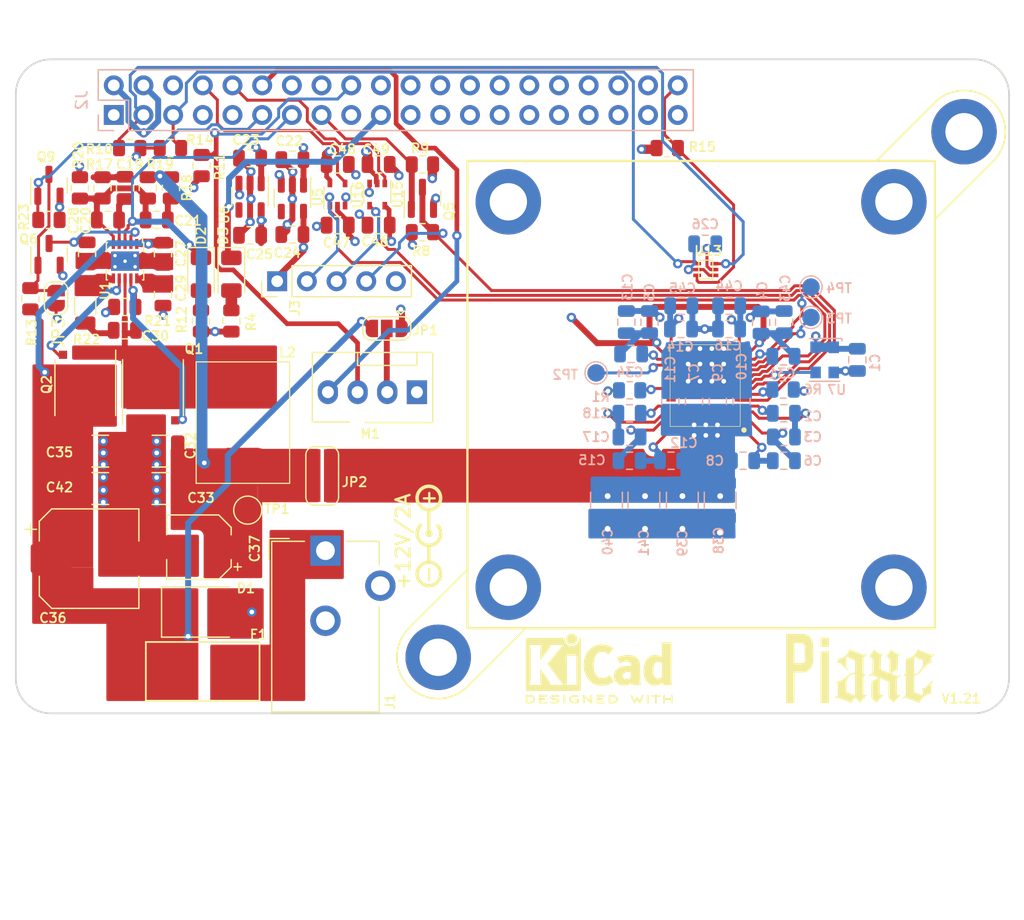
<source format=kicad_pcb>
(kicad_pcb (version 20221018) (generator pcbnew)
  (layers (0 "F.Cu" mixed) (1 "In1.Cu" signal) (2 "In2.Cu" signal) (31 "B.Cu" signal) (34 "B.Paste" user) (35 "F.Paste" user) (36 "B.SilkS" user "B.Silkscreen") (37 "F.SilkS" user "F.Silkscreen") (38 "B.Mask" user) (39 "F.Mask" user) (44 "Edge.Cuts" user))
  (net 0 "")
  (net 1 "GND")
  (net 2 "+1V8")
  (net 3 "Net-(U14-PIN_MODE)")
  (net 4 "Net-(U14-VDD3_0)")
  (net 5 "Net-(U14-VDD2_0)")
  (net 6 "Net-(U14-VDD1_0)")
  (net 7 "+1V2")
  (net 8 "Net-(U14-VDD1_1)")
  (net 9 "Net-(U14-VDD2_1)")
  (net 10 "Net-(U14-VDD3_1)")
  (net 12 "+5V")
  (net 13 "+0V8")
  (net 14 "/BM1366/CI")
  (net 15 "/BM1366/RO")
  (net 16 "/BM1366/RST_N")
  (net 17 "/BM1366/CLKI")
  (net 20 "/BM1366/BI")
  (net 21 "Net-(D2-A)")
  (net 22 "/BM1366/TEMP_P")
  (net 23 "/BM1366/TEMP_N")
  (net 33 "+3V3")
  (net 36 "Net-(U14-RI)")
  (net 39 "/Pi/SDA")
  (net 46 "Net-(D3-K)")
  (net 48 "/Pi/NRST")
  (net 49 "/Pi/PGOOD")
  (net 50 "/Pi/SDN")
  (net 51 "/Pi/RXD")
  (net 52 "/Pi/TXD")
  (net 54 "/Pi/SCL")
  (net 55 "/Pi/ALERT")
  (net 56 "Net-(Q1-D)")
  (net 57 "Net-(Q1-G)")
  (net 58 "Net-(Q2-G)")
  (net 59 "Net-(U1-COMP)")
  (net 60 "Net-(U1-FB)")
  (net 61 "Net-(U1-BOOT)")
  (net 62 "Net-(U1-BP)")
  (net 63 "Net-(C19-Pad2)")
  (net 64 "Net-(C21-Pad1)")
  (net 65 "Net-(C30-Pad1)")
  (net 66 "+12V")
  (net 67 "Net-(F1-Pad2)")
  (net 68 "Net-(JP2-A)")
  (net 69 "/Pi/PWM")
  (net 70 "/Pi/TACHO")
  (net 71 "Net-(JP1-C)")
  (net 72 "Net-(D3-A)")
  (net 73 "Net-(Q6-D)")
  (net 74 "Net-(JP3-A)")
  (footprint "Package_TO_SOT_SMD:SOT-23" (layer "F.Cu") (at 176.1875 66.5875 90)
    (fp_text reference "Q9")
    (fp_text value "BSS138")
  )
  (footprint "Connector_PinHeader_2.54mm:PinHeader_1x05_P2.54mm_Vertical" (layer "F.Cu") (at 195.72 74.8 90)
    (fp_text reference "J3")
    (fp_text value "Conn_01x05")
  )
  (footprint "Package_TO_SOT_SMD:SOT-23-5" (layer "F.Cu") (at 193.4 67.5625 -90)
    (fp_text reference "U6")
    (fp_text value "MCP1824T-0802E")
  )
  (footprint "Resistor_SMD:R_0805_2012Metric" (layer "F.Cu") (at 182.6797 77 180)
    (fp_text reference "R21")
    (fp_text value "10k")
  )
  (footprint "Capacitor_SMD:C_0805_2012Metric" (layer "F.Cu") (at 185.949314 75.936937 -90)
    (fp_text reference "C29")
    (fp_text value "4.7µ/25V")
  )
  (footprint "Resistor_SMD:R_0805_2012Metric" (layer "F.Cu") (at 176.1875 69.55 180)
    (fp_text reference "R23")
    (fp_text value "10k")
  )
  (footprint "Resistor_SMD:R_0805_2012Metric" (layer "F.Cu") (at 186.5875 63.4)
    (fp_text reference "R14")
    (fp_text value "1.5k")
  )
  (footprint "Resistor_SMD:R_0805_2012Metric" (layer "F.Cu") (at 189.25 64.9 90)
    (fp_text reference "R11")
    (fp_text value "2k2")
  )
  (footprint "Capacitor_SMD:C_0805_2012Metric" (layer "F.Cu") (at 185.4108 69.551337 180)
    (fp_text reference "C21")
    (fp_text value "560p")
  )
  (footprint "Capacitor_SMD:CP_Elec_5x5.8" (layer "F.Cu") (at 189.0222 97.5723 180)
    (fp_text reference "C37")
    (fp_text value "220µ")
  )
  (footprint "bitaxe:polarity" (layer "F.Cu") (at 208.7 96.4 90)
    (fp_text reference "U3" hide)
    (fp_text value "~")
  )
  (footprint "MountingHole:MountingHole_3.2mm_M3_DIN965_Pad" (layer "F.Cu") (at 215.5 68)
    (fp_text reference "H4" hide)
    (fp_text value "MountingHole")
  )
  (footprint "Mounting_Holes:MountingHole_3.2mm_M3" (layer "F.Cu") (at 176.85 108.3)
    (fp_text reference "REF**" hide)
    (fp_text value "MountingHole_3.2mm_M3" hide)
  )
  (footprint "myfootprints:SolderJumper1.0x4.5" (layer "F.Cu") (at 199.7 91.674)
    (fp_text reference "JP2")
    (fp_text value "SolderJumper_2_Open")
  )
  (footprint "Resistor_SMD:R_0805_2012Metric" (layer "F.Cu") (at 184.6488 66.808137 -90)
    (fp_text reference "R19")
    (fp_text value "10k")
  )
  (footprint "myfootprints:IFLR-4031GC-01-8x10" (layer "F.Cu") (at 192.786 86.905 -90)
    (fp_text reference "L2")
    (fp_text value "170nH")
  )
  (footprint "Resistor_SMD:R_0805_2012Metric" (layer "F.Cu") (at 186.63 66.808137 -90)
    (fp_text reference "R18")
    (fp_text value "1.24k")
  )
  (footprint "LED_SMD:LED_1206_3216Metric" (layer "F.Cu") (at 189.2 74.2 -90)
    (fp_text reference "D2")
    (fp_text value "LED")
  )
  (footprint "Capacitor_SMD:C_1210_3225Metric" (layer "F.Cu") (at 180.585 89.35)
    (fp_text reference "C35")
    (fp_text value "1µ/25V")
  )
  (footprint "Diode_SMD:D_SMB" (layer "F.Cu") (at 189.484 103.124)
    (fp_text reference "D1")
    (fp_text value "SMBJ12A")
  )
  (footprint "Resistor_SMD:R_1206_3216Metric" (layer "F.Cu") (at 179.294514 76.917337 -90)
    (fp_text reference "R22")
    (fp_text value "0")
  )
  (footprint "Resistor_SMD:R_0805_2012Metric" (layer "F.Cu") (at 178.8392 66.808137 -90)
    (fp_text reference "R20")
    (fp_text value "10k")
  )
  (footprint "Resistor_SMD:R_0805_2012Metric" (layer "F.Cu") (at 174.6 76.3 -90)
    (fp_text reference "R13")
    (fp_text value "10k")
  )
  (footprint "Capacitor_SMD:C_0805_2012Metric" (layer "F.Cu") (at 200.9 64.8)
    (fp_text reference "C48")
    (fp_text value "100n")
  )
  (footprint "Capacitor_SMD:C_1210_3225Metric" (layer "F.Cu") (at 185.7239 92.55 180)
    (fp_text reference "C33")
    (fp_text value "47µ/6.3V")
  )
  (footprint "Resistor_SMD:R_0805_2012Metric" (layer "F.Cu") (at 180.7696 66.808137 -90)
    (fp_text reference "R17")
    (fp_text value "4.3k")
  )
  (footprint "MountingHole:MountingHole_3.2mm_M3_DIN965_Pad" (layer "F.Cu") (at 254.5 62)
    (fp_text reference "H1" hide)
    (fp_text value "MountingHole")
  )
  (footprint "Capacitor_SMD:C_0805_2012Metric" (layer "F.Cu") (at 197.022 70.8 180)
    (fp_text reference "C24")
    (fp_text value "1µ")
  )
  (footprint "Connector:FanPinHeader_1x04_P2.54mm_Vertical" (layer "F.Cu") (at 207.68 84.3 180)
    (fp_text reference "M1")
    (fp_text value "Fan_4pin")
  )
  (footprint "Package_TO_SOT_SMD:SOT-353_SC-70-5" (layer "F.Cu") (at 204.28 67.38 -90)
    (fp_text reference "U15")
    (fp_text value "2N7001TDCK")
  )
  (footprint "Package_SON:VSONP-8-1EP_5x6_P1.27mm" (layer "F.Cu") (at 179.2989 83.8998 -90)
    (fp_text reference "Q2")
    (fp_text value "CSD17576Q5B")
  )
  (footprint "Mounting_Holes:MountingHole_3.2mm_M3" (layer "F.Cu") (at 234.85 108.3)
    (fp_text reference "REF**" hide)
    (fp_text value "MountingHole_3.2mm_M3" hide)
  )
  (footprint "Package_SON:VSONP-8-1EP_5x6_P1.27mm" (layer "F.Cu") (at 185.0911 83.9126 90)
    (fp_text reference "Q1")
    (fp_text value "CSD17576Q5B")
  )
  (footprint "Capacitor_SMD:C_0805_2012Metric" (layer "F.Cu") (at 204.4 70 180)
    (fp_text reference "C46")
    (fp_text value "100n")
  )
  (footprint "Capacitor_SMD:C_0805_2012Metric" (layer "F.Cu") (at 182.6797 79)
    (fp_text reference "C30")
    (fp_text value "100n")
  )
  (footprint "MountingHole:MountingHole_3.2mm_M3_DIN965_Pad" (layer "F.Cu") (at 248.5 101)
    (fp_text reference "H6" hide)
    (fp_text value "MountingHole")
  )
  (footprint "Capacitor_SMD:C_0805_2012Metric" (layer "F.Cu") (at 179.452 72.4232 -90)
    (fp_text reference "C28")
    (fp_text value "3.3n")
  )
  (footprint "LED_SMD:LED_1206_3216Metric" (layer "F.Cu") (at 191.8 74.2 -90)
    (fp_text reference "D3")
    (fp_text value "LED")
  )
  (footprint "Resistor_SMD:R_0805_2012Metric" (layer "F.Cu") (at 229.1 63.4)
    (fp_text reference "R15")
    (fp_text value "10k")
  )
  (footprint "Capacitor_SMD:C_0805_2012Metric" (layer "F.Cu") (at 193.4 64.2605 180)
    (fp_text reference "C23")
    (fp_text value "100n")
  )
  (footprint "Capacitor_SMD:C_0805_2012Metric" (layer "F.Cu") (at 200.9 70 180)
    (fp_text reference "C47")
    (fp_text value "100n")
  )
  (footprint "Capacitor_SMD:C_0805_2012Metric" (layer "F.Cu") (at 197.022 64.393 180)
    (fp_text reference "C22")
    (fp_text value "100n")
  )
  (footprint "TestPoint:TestPoint_Pad_D2.0mm" (layer "F.Cu") (at 193.2 94.4)
    (fp_text reference "TP1")
    (fp_text value "+1V2")
  )
  (footprint "bitaxe:BM1366" (layer "F.Cu") (at 232.347 83.734 180)
    (fp_text reference "U14" hide)
    (fp_text value "BM1366_mode1")
  )
  (footprint "bitaxe:piaxelogo" (layer "F.Cu") (at 248.92 128.778)
    (fp_text reference "G***" hide)
    (fp_text value "LOGO" hide)
  )
  (footprint "Package_TO_SOT_SMD:SOT-23" (layer "F.Cu") (at 176.2 72.5 90)
    (fp_text reference "Q6")
    (fp_text value "BSS138")
  )
  (footprint "Resistor_SMD:R_0805_2012Metric" (layer "F.Cu") (at 191.8 78.2 90)
    (fp_text reference "R4")
    (fp_text value "560")
  )
  (footprint "Resistor_SMD:R_0805_2012Metric" (layer "F.Cu") (at 208.15 70.6 180)
    (fp_text reference "R8")
    (fp_text value "10k")
  )
  (footprint "Capacitor_SMD:CP_Elec_8x10" (layer "F.Cu") (at 179.6242 98.552)
    (fp_text reference "C36")
    (fp_text value "330µ")
  )
  (footprint "Capacitor_SMD:C_0805_2012Metric" (layer "F.Cu") (at 204.4 64.8)
    (fp_text reference "C49")
    (fp_text value "100n")
  )
  (footprint "Capacitor_SMD:C_0805_2012Metric" (layer "F.Cu") (at 193.4 70.8645 180)
    (fp_text reference "C25")
    (fp_text value "1µ")
  )
  (footprint "Capacitor_SMD:C_0805_2012Metric" (layer "F.Cu") (at 182.7 66.808137 90)
    (fp_text reference "C19")
    (fp_text value "1.5n")
  )
  (footprint "Jumper:SolderJumper-3_P1.3mm_Open_RoundedPad1.0x1.5mm" (layer "F.Cu") (at 205.1 78.8425 180)
    (fp_text reference "JP1")
    (fp_text value "SolderJumper_3_Open")
  )
  (footprint "Capacitor_SMD:C_1210_3225Metric" (layer "F.Cu") (at 180.585 92.55)
    (fp_text reference "C42")
    (fp_text value "10µ/25V")
  )
  (footprint "Capacitor_SMD:C_1210_3225Metric" (layer "F.Cu") (at 185.7339 89.35 180)
    (fp_text reference "C32")
    (fp_text value "47µ/6.3V")
  )
  (footprint "MountingHole:MountingHole_3.2mm_M3_DIN965_Pad" (layer "F.Cu") (at 209.5 107)
    (fp_text reference "H2" hide)
    (fp_text value "MountingHole")
  )
  (footprint "Mounting_Holes:MountingHole_3.2mm_M3" (layer "F.Cu") (at 176.85 59.3)
    (fp_text reference "REF**" hide)
    (fp_text value "MountingHole_3.2mm_M3" hide)
  )
  (footprint "MountingHole:MountingHole_3.2mm_M3_DIN965_Pad" (layer "F.Cu") (at 215.5 101)
    (fp_text reference "H5" hide)
    (fp_text value "MountingHole")
  )
  (footprint "Jumper:SolderJumper-2_P1.3mm_Open_RoundedPad1.0x1.5mm" (layer "F.Cu") (at 176.8 76.25 -90)
    (fp_text reference "JP3")
    (fp_text value "SolderJumper_2_Open")
  )
  (footprint "myfootprints:TMP1075-DRL" (layer "F.Cu") (at 232.4 73.8)
    (fp_text reference "U13")
    (fp_text value "TMP1075")
  )
  (footprint "Connector_BarrelJack:BarrelJack_CUI_PJ-102AH_Horizontal" (layer "F.Cu") (at 199.85 97.87)
    (fp_text reference "J1")
    (fp_text value "Barrel_Jack_Switch")
  )
  (footprint "myfootprints:fuseholder_littlefuse_blok" (layer "F.Cu") (at 189.3445 108.204)
    (fp_text reference "F1")
    (fp_text value "2A")
  )
  (footprint "Mounting_Holes:MountingHole_3.2mm_M3" (layer "F.Cu") (at 234.85 59.3)
    (fp_text reference "REF**" hide)
    (fp_text value "MountingHole_3.2mm_M3" hide)
  )
  (footprint "Resistor_SMD:R_0805_2012Metric" (layer "F.Cu") (at 189.2 78.2 90)
    (fp_text reference "R12")
    (fp_text value "560")
  )
  (footprint "Symbol:KiCad-Logo2_5mm_SilkScreen" (layer "F.Cu") (at 223.266 107.95)
    (fp_text reference "REF**" hide)
    (fp_text value "KiCad-Logo2_5mm_SilkScreen" hide)
  )
  (footprint "MountingHole:MountingHole_3.2mm_M3_DIN965_Pad" (layer "F.Cu") (at 248.5 68)
    (fp_text reference "H3" hide)
    (fp_text value "MountingHole")
  )
  (footprint "Package_TO_SOT_SMD:SOT-23-5" (layer "F.Cu") (at 197.022 67.695 -90)
    (fp_text reference "U5")
    (fp_text value "MCP1824T-1802E")
  )
  (footprint "Package_SON:VSON-10-1EP_3x3mm_P0.5mm_EP1.65x2.4mm_ThermalVias" (layer "F.Cu") (at 182.701714 73.084537 -90)
    (fp_text reference "U1")
    (fp_text value "TPS40305")
  )
  (footprint "Package_TO_SOT_SMD:SOT-23" (layer "F.Cu") (at 208.15 67.7 90)
    (fp_text reference "Q5")
    (fp_text value "BSS138")
  )
  (footprint "Resistor_SMD:R_0805_2012Metric" (layer "F.Cu") (at 183.1 63.4 180)
    (fp_text reference "R10")
    (fp_text value "1.5k")
  )
  (footprint "Capacitor_SMD:C_0805_2012Metric" (layer "F.Cu") (at 181.240114 69.551337 180)
    (fp_text reference "C20")
    (fp_text value "180p")
  )
  (footprint "Capacitor_SMD:C_0805_2012Metric" (layer "F.Cu") (at 185.949314 72.446937 -90)
    (fp_text reference "C27")
    (fp_text value "1µ")
  )
  (footprint "bitaxe:piaxelogo" (layer "F.Cu") (at 245.618 107.95)
    (fp_text reference "G***" hide)
    (fp_text value "LOGO" hide)
  )
  (footprint "Resistor_SMD:R_0805_2012Metric" (layer "F.Cu") (at 208.15 64.8)
    (fp_text reference "R9")
    (fp_text value "10k")
  )
  (footprint "Package_TO_SOT_SMD:SOT-353_SC-70-5" (layer "F.Cu") (at 200.88 67.38 90)
    (fp_text reference "U16")
    (fp_text value "2N7001TDCK")
  )
  (footprint "Capacitor_SMD:C_0805_2012Metric" (layer "B.Cu") (at 227.584 78.298 90)
    (fp_text reference "C5")
    (fp_text value "1µ")
  )
  (footprint "Capacitor_SMD:C_0805_2012Metric" (layer "B.Cu") (at 226.0092 81.026 180)
    (fp_text reference "C34")
    (fp_text value "1µ")
  )
  (footprint "Capacitor_SMD:C_0805_2012Metric" (layer "B.Cu") (at 239.1 78.3 90)
    (fp_text reference "C43")
    (fp_text value "100n")
  )
  (footprint "TestPoint:TestPoint_Pad_D1.5mm" (layer "B.Cu") (at 241.4 75.3 180)
    (fp_text reference "TP4")
    (fp_text value "TestPoint")
  )
  (footprint "Capacitor_SMD:C_0805_2012Metric" (layer "B.Cu") (at 225.872 86.106)
    (fp_text reference "C18")
    (fp_text value "1µ")
  )
  (footprint "Capacitor_SMD:C_0805_2012Metric" (layer "B.Cu") (at 230.3 76.9)
    (fp_text reference "C45")
    (fp_text value "100n")
  )
  (footprint "Capacitor_SMD:C_0805_2012Metric" (layer "B.Cu") (at 233.426 85.09 90)
    (fp_text reference "C9")
    (fp_text value "100n")
  )
  (footprint "Capacitor_SMD:C_0805_2012Metric" (layer "B.Cu") (at 229.362 85.09 90)
    (fp_text reference "C11")
    (fp_text value "1µ")
  )
  (footprint "Capacitor_SMD:C_0805_2012Metric" (layer "B.Cu") (at 239.0496 81.2292 180)
    (fp_text reference "C31")
    (fp_text value "1µ")
  )
  (footprint "Capacitor_SMD:C_1210_3225Metric" (layer "B.Cu") (at 223.9 93.5718 -90)
    (fp_text reference "C40")
    (fp_text value "47µ/6.3V")
  )
  (footprint "Capacitor_SMD:C_0805_2012Metric" (layer "B.Cu") (at 232.35 71.6 180)
    (fp_text reference "C26")
    (fp_text value "100n")
  )
  (footprint "Capacitor_SMD:C_0805_2012Metric" (layer "B.Cu") (at 225.872 88.138 180)
    (fp_text reference "C17")
    (fp_text value "1µ")
  )
  (footprint "Capacitor_SMD:C_0805_2012Metric" (layer "B.Cu") (at 229.428 90.17 180)
    (fp_text reference "C12")
    (fp_text value "1µ")
  )
  (footprint "Connector_PinSocket_2.54mm:PinSocket_2x20_P2.54mm_Vertical" (layer "B.Cu") (at 181.737 60.568 -90)
    (fp_text reference "J2")
    (fp_text value "Conn_02x20_Odd_Even")
  )
  (footprint "Capacitor_SMD:C_0805_2012Metric" (layer "B.Cu") (at 239.08 90.17 180)
    (fp_text reference "C6")
    (fp_text value "1µ")
  )
  (footprint "Capacitor_SMD:C_0805_2012Metric" (layer "B.Cu") (at 237.1344 78.3336 90)
    (fp_text reference "C4")
    (fp_text value "1µ")
  )
  (footprint "Capacitor_SMD:C_0805_2012Metric" (layer "B.Cu") (at 245.364 81.534 -90)
    (fp_text reference "C1")
    (fp_text value "100n")
  )
  (footprint "Capacitor_SMD:C_0805_2012Metric" (layer "B.Cu") (at 225.6 78.3 90)
    (fp_text reference "C13")
    (fp_text value "100n")
  )
  (footprint "Capacitor_SMD:C_0805_2012Metric" (layer "B.Cu") (at 234.4 76.9 180)
    (fp_text reference "C44")
    (fp_text value "100n")
  )
  (footprint "Capacitor_SMD:C_0805_2012Metric" (layer "B.Cu") (at 239.08 88.138 180)
    (fp_text reference "C3")
    (fp_text value "1µ")
  )
  (footprint "Capacitor_SMD:C_1210_3225Metric" (layer "B.Cu") (at 233.6292 93.5718 -90)
    (fp_text reference "C38")
    (fp_text value "10µ/25V")
  )
  (footprint "Capacitor_SMD:C_0805_2012Metric" (layer "B.Cu") (at 235.458 85.09 90)
    (fp_text reference "C10")
    (fp_text value "1µ")
  )
  (footprint "Oscillator:Oscillator_SMD_EuroQuartz_XO32-4Pin_3.2x2.5mm" (layer "B.Cu") (at 242.57 81.534 180)
    (fp_text reference "U7")
    (fp_text value "25MHz")
  )
  (footprint "Capacitor_SMD:C_1210_3225Metric" (layer "B.Cu") (at 227.1048 93.5718 -90)
    (fp_text reference "C41")
    (fp_text value "47µ/6.3V")
  )
  (footprint "Capacitor_SMD:C_0805_2012Metric" (layer "B.Cu") (at 231.394 85.09 90)
    (fp_text reference "C7")
    (fp_text value "100n")
  )
  (footprint "Capacitor_SMD:C_0805_2012Metric" (layer "B.Cu") (at 234.3912 78.8924 180)
    (fp_text reference "C16")
    (fp_text value "1µ")
  )
  (footprint "Capacitor_SMD:C_1210_3225Metric" (layer "B.Cu") (at 230.3924 93.5718 -90)
    (fp_text reference "C39")
    (fp_text value "10µ/25V")
  )
  (footprint "Capacitor_SMD:C_0805_2012Metric" (layer "B.Cu") (at 225.872 90.17 180)
    (fp_text reference "C15")
    (fp_text value "1µ")
  )
  (footprint "Capacitor_SMD:C_0805_2012Metric" (layer "B.Cu") (at 230.2764 78.8924)
    (fp_text reference "C14")
    (fp_text value "1µ")
  )
  (footprint "Resistor_SMD:R_0805_2012Metric" (layer "B.Cu") (at 239.014 84.074 180)
    (fp_text reference "R6")
    (fp_text value "10k")
  )
  (footprint "Capacitor_SMD:C_0805_2012Metric" (layer "B.Cu") (at 239.08 86.106)
    (fp_text reference "C2")
    (fp_text value "1µ")
  )
  (footprint "TestPoint:TestPoint_Pad_D1.5mm" (layer "B.Cu") (at 223.012 82.65 180)
    (fp_text reference "TP2")
    (fp_text value "TestPoint")
  )
  (footprint "Resistor_SMD:R_0805_2012Metric" (layer "B.Cu") (at 225.8825 84.14 180)
    (fp_text reference "R1")
    (fp_text value "10k")
  )
  (footprint "TestPoint:TestPoint_Pad_D1.5mm" (layer "B.Cu") (at 241.4 77.9 180)
    (fp_text reference "TP3")
    (fp_text value "TestPoint")
  )
  (footprint "Capacitor_SMD:C_0805_2012Metric" (layer "B.Cu") (at 235.59 90.17 180)
    (fp_text reference "C8")
    (fp_text value "1µ")
  )
  (gr_line (start 211.999999 109.499999) (end 217 104.5) (stroke (width 0.15)) (layer "F.SilkS"))
  (gr_line (start 256.999999 64.499999) (end 252 69.5) (stroke (width 0.15)) (layer "F.SilkS"))
  (gr_line (start 207.000001 104.5) (end 212 99.5) (stroke (width 0.15)) (layer "F.SilkS"))
  (gr_arc (start 252.000001 59.500001) (mid 256.999999 59.500001) (end 256.999999 64.499999) (stroke (width 0.15)) (layer "F.SilkS"))
  (gr_rect (start 212 64.5) (end 252 104.5) (stroke (width 0.2)) (fill none) (layer "F.SilkS"))
  (gr_line (start 252.000001 59.500001) (end 247 64.5) (stroke (width 0.15)) (layer "F.SilkS"))
  (gr_arc (start 211.999999 109.499999) (mid 207.000001 109.499999) (end 207.000001 104.500001) (stroke (width 0.15)) (layer "F.SilkS"))
  (gr_line locked (start 258.35 108.8) (end 258.35 58.8) (stroke (width 0.15)) (layer "Edge.Cuts"))
  (gr_line locked (start 173.35 58.8) (end 173.35 108.8) (stroke (width 0.15)) (layer "Edge.Cuts"))
  (gr_line locked (start 176.35 111.8) (end 255.35 111.8) (stroke (width 0.15)) (layer "Edge.Cuts"))
  (gr_arc locked (start 173.35 58.8) (mid 174.22868 56.67868) (end 176.35 55.8) (stroke (width 0.15)) (layer "Edge.Cuts"))
  (gr_line locked (start 255.35 55.8) (end 176.35 55.8) (stroke (width 0.15)) (layer "Edge.Cuts"))
  (gr_arc locked (start 258.35 108.8) (mid 257.47132 110.92132) (end 255.35 111.8) (stroke (width 0.15)) (layer "Edge.Cuts"))
  (gr_arc locked (start 255.35 55.8) (mid 257.47132 56.67868) (end 258.35 58.8) (stroke (width 0.15)) (layer "Edge.Cuts"))
  (gr_arc locked (start 176.35 111.8) (mid 174.22868 110.92132) (end 173.35 108.8) (stroke (width 0.15)) (layer "Edge.Cuts"))
  (gr_text "V1.21\n" (at 252.476 110.998) (layer "F.SilkS") (effects (font (size 0.8 0.8)) (justify left bottom)))
  (gr_text "+12V/2A" (at 207.2 97.1 90) (layer "F.SilkS") (effects (font (size 1.2 1.2) (thickness 0.2) bold) (justify bottom)))
  (segment (start 196.587953 69.943951) (end 197.022 69.509904) (width 0.508) (layer "F.Cu") (net 1))
  (segment (start 203.45 69.757116) (end 202.754371 69.061487) (width 0.254) (layer "F.Cu") (net 1))
  (segment (start 231.66 73.8) (end 231.309158 73.8) (width 0.254) (layer "F.Cu") (net 1))
  (segment (start 193.407277 69.735436) (end 193.4 69.728159) (width 0.508) (layer "F.Cu") (net 1))
  (segment (start 193.466 65.409) (end 193.4 65.343) (width 0.508) (layer "F.Cu") (net 1))
  (segment (start 193.4 66.425) (end 193.4 65.475) (width 0.508) (layer "F.Cu") (net 1))
  (segment (start 232.2 73.8) (end 231.66 73.8) (width 0.254) (layer "F.Cu") (net 1))
  (segment (start 201.85 65.087242) (end 202.454906 65.692148) (width 0.254) (layer "F.Cu") (net 1))
  (segment (start 193.4 67.82807) (end 193.47567 67.7524) (width 0.508) (layer "F.Cu") (net 1))
  (segment (start 203.63 66.43) (end 203.63 67.17) (width 0.254) (layer "F.Cu") (net 1))
  (segment (start 201.53 67.67) (end 201.6 67.6) (width 0.254) (layer "F.Cu") (net 1))
  (segment (start 197.051211 65.372211) (end 197.051211 65.438211) (width 0.508) (layer "F.Cu") (net 1))
  (segment (start 193.4 69.728159) (end 193.4 67.82807) (width 0.508) (layer "F.Cu") (net 1))
  (segment (start 176.8 76.9) (end 176.8 77.9) (width 0.254) (layer "F.Cu") (net 1))
  (segment (start 179.452 73.3732) (end 181.113051 73.3732) (width 0.508) (layer "F.Cu") (net 1))
  (segment (start 236.875 85.491) (end 237.236 85.852) (width 0.254) (layer "F.Cu") (net 1))
  (segment (start 193.4 69.742713) (end 193.407277 69.735436) (width 0.508) (layer "F.Cu") (net 1))
  (segment (start 177.15 73.4375) (end 177.15 74.096035) (width 0.254) (layer "F.Cu") (net 1))
  (segment (start 199.95 70) (end 199.2 70) (width 0.508) (layer "F.Cu") (net 1))
  (segment (start 193.4 66.425) (end 193.4 67.67673) (width 0.508) (layer "F.Cu") (net 1))
  (segment (start 178.8 65.856437) (end 178.8 64.95) (width 0.508) (layer "F.Cu") (net 1))
  (segment (start 197.022 66.5575) (end 197.022 67.738546) (width 0.508) (layer "F.Cu") (net 1))
  (segment (start 197.022 65.467422) (end 197.051211 65.438211) (width 0.508) (layer "F.Cu") (net 1))
  (segment (start 181.301817 77.2238) (end 181.03997 77.485647) (width 0.508) (layer "F.Cu") (net 1))
  (segment (start 193.4 65.2105) (end 192.45 64.2605) (width 0.508) (layer "F.Cu") (net 1))
  (segment (start 193.4 65.475) (end 193.466 65.409) (width 0.508) (layer "F.Cu") (net 1))
  (segment (start 185.949314 77.679661) (end 185.970921 77.701268) (width 0.508) (layer "F.Cu") (net 1))
  (segment (start 205.35 64.8) (end 206.137174 65.587174) (width 0.508) (layer "F.Cu") (net 1))
  (segment (start 229.431 81.484) (end 228.274406 81.484) (width 0.254) (layer "F.Cu") (net 1))
  (segment (start 192.45 70.8645) (end 193.4 69.9145) (width 0.508) (layer "F.Cu") (net 1))
  (segment (start 193.4 69.9145) (end 193.4 69.742713) (width 0.508) (layer "F.Cu") (net 1))
  (segment (start 197.022 66.5575) (end 197.022 65.467422) (width 0.508) (layer "F.Cu") (net 1))
  (segment (start 203.45 70) (end 203.45 69.757116) (width 0.254) (layer "F.Cu") (net 1))
  (segment (start 201.53 68.33) (end 201.53 67.67) (width 0.254) (layer "F.Cu") (net 1))
  (segment (start 199.2 70) (end 199.1 70.1) (width 0.508) (layer "F.Cu") (net 1))
  (segment (start 209.1 68.6375) (end 209.1 67.9) (width 0.508) (layer "F.Cu") (net 1))
  (segment (start 183.729314 73.396937) (end 183.561714 73.564537) (width 0.508) (layer "F.Cu") (net 1))
  (segment (start 181.7672 77.2238) (end 181.301817 77.2238) (width 0.508) (layer "F.Cu") (net 1))
  (segment (start 206.137174 65.587174) (end 206.137174 65.7524) (width 0.508) (layer "F.Cu") (net 1))
  (segment (start 193.4 65.343) (end 193.4 65.2105) (width 0.508) (layer "F.Cu") (net 1))
  (segment (start 176.8 77.9) (end 176.9 78) (width 0.254) (layer "F.Cu") (net 1))
  (segment (start 230.925617 73.8) (end 230.922397 73.80322) (width 0.254) (layer "F.Cu") (net 1))
  (segment (start 233.14 74.3) (end 232.7 74.3) (width 0.254) (layer "F.Cu") (net 1))
  (segment (start 177.1 67.5625) (end 177.1375 67.525) (width 0.254) (layer "F.Cu") (net 1))
  (segment (start 229.431 85.491) (end 228.326 85.491) (width 0.254) (layer "F.Cu") (net 1))
  (segment (start 235.263 85.491) (end 236.875 85.491) (width 0.254) (layer "F.Cu") (net 1))
  (segment (start 228.274406 81.484) (end 227.914061 81.123655) (width 0.254) (layer "F.Cu") (net 1))
  (segment (start 228.326 85.491) (end 227.711 86.106) (width 0.254) (layer "F.Cu") (net 1))
  (segment (start 232.7 74.3) (end 232.2 73.8) (width 0.254) (layer "F.Cu") (net 1))
  (segment (start 231.309158 73.8) (end 230.925617 73.8) (width 0.254) (layer "F.Cu") (net 1))
  (segment (start 185.949314 73.396937) (end 183.729314 73.396937) (width 0.508) (layer "F.Cu") (net 1))
  (segment (start 177.1 69.55) (end 177.1 67.5625) (width 0.254) (layer "F.Cu") (net 1))
  (segment (start 177.15 74.096035) (end 177.381771 74.327806) (width 0.254) (layer "F.Cu") (net 1))
  (segment (start 181.113051 73.3732) (end 181.151714 73.334537) (width 0.508) (layer "F.Cu") (net 1))
  (segment (start 201.85 64.8) (end 201.85 65.087242) (width 0.254) (layer "F.Cu") (net 1))
  (segment (start 196.587953 69.943951) (end 196.587953 70.481047) (width 0.508) (layer "F.Cu") (net 1))
  (segment (start 197.022 69.509904) (end 197.022 67.738546) (width 0.508) (layer "F.Cu") (net 1))
  (segment (start 196.587953 70.481047) (end 196.072 70.997) (width 0.508) (layer "F.Cu") (net 1))
  (segment (start 236.5838 81.475) (end 237.0328 81.026) (width 0.254) (layer "F.Cu") (net 1))
  (segment (start 193.4 67.67673) (end 193.47567 67.7524) (width 0.508) (layer "F.Cu") (net 1))
  (segment (start 178.8392 65.895637) (end 178.8 65.856437) (width 0.508) (layer "F.Cu") (net 1))
  (segment (start 185.949314 76.886937) (end 185.949314 77.679661) (width 0.508) (layer "F.Cu") (net 1))
  (segment (start 235.263 81.475) (end 236.5838 81.475) (width 0.254) (layer "F.Cu") (net 1))
  (segment (start 203.63 67.17) (end 203.6 67.2) (width 0.254) (layer "F.Cu") (net 1))
  (segment (start 196.072 64.393) (end 197.051211 65.372211) (width 0.508) (layer "F.Cu") (net 1))
  (segment (start 209.1 67.9) (end 209.3 67.7) (width 0.508) (layer "F.Cu") (net 1))
  (via (at 185.4089 89.5) (size 0.8) (drill 0.4) (layers "F.Cu" "B.Cu") (net 1))
  (via (at 227.711 86.106) (size 0.8) (drill 0.4) (layers "F.Cu" "B.Cu") (net 1))
  (via (at 236.205209 77.901612) (size 0.8) (drill 0.4) (layers "F.Cu" "B.Cu") (net 1))
  (via (at 185.4 92.7) (size 0.8) (drill 0.4) (layers "F.Cu" "B.Cu") (net 1))
  (via (at 233.934 83.3628) (size 0.8) (drill 0.4) (layers "F.Cu" "B.Cu") (net 1))
  (via (at 231.902 83.3628) (size 0.8) (drill 0.4) (layers "F.Cu" "B.Cu") (net 1))
  (via (at 180.8411 89.5) (size 0.8) (drill 0.4) (layers "F.Cu" "B.Cu") (net 1))
  (via (at 237.236 85.852) (size 0.8) (drill 0.4) (layers "F.Cu" "B.Cu") (net 1))
  (via (at 230.886 83.3628) (size 0.8) (drill 0.4) (layers "F.Cu" "B.Cu") (net 1))
  (via (at 185.4 93.7206) (size 0.8) (drill 0.4) (layers "F.Cu" "B.Cu") (net 1))
  (via (at 240.792 84.201) (size 0.8) (drill 0.4) (layers "F.Cu" "B.Cu") (net 1))
  (via (at 231.902 80.5688) (size 0.8) (drill 0.4) (layers "F.Cu" "B.Cu") (net 1))
  (via (at 181.03997 77.485647) (size 0.8) (drill 0.4) (layers "F.Cu" "B.Cu") (net 1))
  (via (at 206.137174 65.7524) (size 0.8) (drill 0.4) (layers "F.Cu" "B.Cu") (net 1))
  (via (at 185.4089 88.5) (size 0.8) (drill 0.4) (layers "F.Cu" "B.Cu") (net 1))
  (via (at 232.918 80.5688) (size 0.8) (drill 0.4) (layers "F.Cu" "B.Cu") (net 1))
  (via (at 231.902 81.8896) (size 0.8) (drill 0.4) (layers "F.Cu" "B.Cu") (net 1))
  (via (at 232.918 83.3628) (size 0.8) (drill 0.4) (layers "F.Cu" "B.Cu") (net 1))
  (via (at 180.8411 90.5) (size 0.8) (drill 0.4) (layers "F.Cu" "B.Cu") (net 1))
  (via (at 232.3084 78.8924) (size 0.8) (drill 0.4) (layers "F.Cu" "B.Cu") (net 1))
  (via (at 180.8411 88.5) (size 0.8) (drill 0.4) (layers "F.Cu" "B.Cu") (net 1))
  (via (at 178.8 64.95) (size 0.8) (drill 0.4) (layers "F.Cu" "B.Cu") (net 1))
  (via (at 230.922397 73.80322) (size 0.8) (drill 0.4) (layers "F.Cu" "B.Cu") (net 1))
  (via (at 224 96) (size 1) (drill 0.5) (layers "F.Cu" "B.Cu") (net 1))
  (via (at 230.886 81.8896) (size 0.8) (drill 0.4) (layers "F.Cu" "B.Cu") (net 1))
  (via (at 244.348 82.484) (size 0.8) (drill 0.4) (layers "F.Cu" "B.Cu") (net 1))
  (via (at 230.886 80.5688) (size 0.8) (drill 0.4) (layers "F.Cu" "B.Cu") (net 1))
  (via (at 177.1 68.45) (size 0.8) (drill 0.4) (layers "F.Cu" "B.Cu") (net 1))
  (via (at 176.9 78) (size 0.8) (drill 0.4) (layers "F.Cu" "B.Cu") (net 1))
  (via (at 203.6 67.2) (size 0.8) (drill 0.4) (layers "F.Cu" "B.Cu") (net 1))
  (via (at 199.1 70.1) (size 0.8) (drill 0.4) (layers "F.Cu" "B.Cu") (net 1))
  (via (at 227.2 96) (size 1) (drill 0.5) (layers "F.Cu" "B.Cu") (net 1))
  (via (at 185.4089 90.5) (size 0.8) (drill 0.4) (layers "F.Cu" "B.Cu") (net 1))
  (via (at 197.022 67.738546) (size 0.8) (drill 0.4) (layers "F.Cu" "B.Cu") (net 1))
  (via (at 185.4089 91.6) (size 0.8) (drill 0.4) (layers "F.Cu" "B.Cu") (net 1))
  (via (at 233.934 80.5688) (size 0.8) (drill 0.4) (layers "F.Cu" "B.Cu") (net 1))
  (via (at 177.381771 74.327806) (size 0.8) (drill 0.4) (layers "F.Cu" "B.Cu") (net 1))
  (via (at 233.6 96.3168) (size 1) (drill 0.5) (layers "F.Cu" "B.Cu") (net 1))
  (via (at 237.0328 81.026) (size 0.8) (drill 0.4) (layers "F.Cu" "B.Cu") (net 1))
  (via (at 233.934 81.8896) (size 0.8) (drill 0.4) (layers "F.Cu" "B.Cu") (net 1))
  (via (at 201.6 67.6) (size 0.8) (drill 0.4) (layers "F.Cu" "B.Cu") (net 1))
  (via (at 202.454906 65.692148) (size 0.8) (drill 0.4) (layers "F.Cu" "B.Cu") (net 1))
  (via (at 209.3 67.7) (size 0.8) (drill 0.4) (layers "F.Cu" "B.Cu") (net 1))
  (via (at 193.548 103.124) (size 0.8) (drill 0.4) (layers "F.Cu" "B.Cu") (net 1))
  (via (at 232.918 81.8896) (size 0.8) (drill 0.4) (layers "F.Cu" "B.Cu") (net 1))
  (via (at 227.914061 81.123655) (size 0.8) (drill 0.4) (layers "F.Cu" "B.Cu") (net 1))
  (via (at 193.407277 69.735436) (size 0.8) (drill 0.4) (layers "F.Cu" "B.Cu") (net 1))
  (via (at 228.472036 77.890343) (size 0.8) (drill 0.4) (layers "F.Cu" "B.Cu") (net 1))
  (via (at 193.466 65.409) (size 0.8) (drill 0.4) (layers "F.Cu" "B.Cu") (net 1))
  (via (at 180.8411 91.6) (size 0.8) (drill 0.4) (layers "F.Cu" "B.Cu") (net 1))
  (via (at 180.8411 93.7206) (size 0.8) (drill 0.4) (layers "F.Cu" "B.Cu") (net 1))
  (via (at 193.47567 67.7524) (size 0.8) (drill 0.4) (layers "F.Cu" "B.Cu") (net 1))
  (via (at 230.4 96) (size 1) (drill 0.5) (layers "F.Cu" "B.Cu") (net 1))
  (via (at 196.587953 69.943951) (size 0.8) (drill 0.4) (layers "F.Cu" "B.Cu") (net 1))
  (via (at 180.8411 92.7) (size 0.8) (drill 0.4) (layers "F.Cu" "B.Cu") (net 1))
  (via (at 185.970921 77.701268) (size 0.8) (drill 0.4) (layers "F.Cu" "B.Cu") (net 1))
  (via (at 202.754371 69.061487) (size 0.8) (drill 0.4) (layers "F.Cu" "B.Cu") (net 1))
  (via (at 197.051211 65.438211) (size 0.8) (drill 0.4) (layers "F.Cu" "B.Cu") (net 1))
  (segment (start 227.711 86.106) (end 226.822 86.106) (width 0.254) (layer "B.Cu") (net 1))
  (segment (start 240.665 84.074) (end 240.792 84.201) (width 0.254) (layer "B.Cu") (net 1))
  (segment (start 233.45 78.8836) (end 233.4412 78.8924) (width 0.508) (layer "B.Cu") (net 1))
  (segment (start 245.364 82.484) (end 244.348 82.484) (width 0.254) (layer "B.Cu") (net 1))
  (segment (start 237.8964 81.026) (end 238.0996 81.2292) (width 0.254) (layer "B.Cu") (net 1))
  (segment (start 226.9592 81.026) (end 227.056855 81.123655) (width 0.254) (layer "B.Cu") (net 1))
  (segment (start 239.9265 84.074) (end 240.665 84.074) (width 0.254) (layer "B.Cu") (net 1))
  (segment (start 228.472036 77.890343) (end 227.929693 77.348) (width 0.508) (layer "B.Cu") (net 1))
  (segment (start 237.0328 81.026) (end 237.8964 81.026) (width 0.254) (layer "B.Cu") (net 1))
  (segment (start 231.25 76.9) (end 231.25 78.8688) (width 0.508) (layer "B.Cu") (net 1))
  (segment (start 238.13 86.106) (end 237.49 86.106) (width 0.254) (layer "B.Cu") (net 1))
  (segment (start 227.582 77.35) (end 227.584 77.348) (width 0.508) (layer "B.Cu") (net 1))
  (segment (start 243.47 82.484) (end 244.348 82.484) (width 0.508) (layer "B.Cu") (net 1))
  (segment (start 231.2264 78.8924) (end 233.4412 78.8924) (width 0.508) (layer "B.Cu") (net 1))
  (segment (start 231.25 78.8688) (end 231.2264 78.8924) (width 0.508) (layer "B.Cu") (net 1))
  (segment (start 227.929693 77.348) (end 227.584 77.348) (width 0.508) (layer "B.Cu") (net 1))
  (segment (start 236.205209 77.901612) (end 236.723221 77.3836) (width 0.508) (layer "B.Cu") (net 1))
  (segment (start 239.0664 77.3836) (end 239.1 77.35) (width 0.508) (layer "B.Cu") (net 1))
  (segment (start 243.345 82.609) (end 243.47 82.484) (width 0.254) (layer "B.Cu") (net 1))
  (segment (start 236.723221 77.3836) (end 237.1344 77.3836) (width 0.508) (layer "B.Cu") (net 1))
  (segment (start 231.4 73.325617) (end 230.922397 73.80322) (width 0.254) (layer "B.Cu") (net 1))
  (segment (start 233.6292 96.266) (end 233.5784 96.3168) (width 0.508) (layer "B.Cu") (net 1))
  (segment (start 237.49 86.106) (end 237.236 85.852) (width 0.254) (layer "B.Cu") (net 1))
  (segment (start 225.6 77.35) (end 227.582 77.35) (width 0.508) (layer "B.Cu") (net 1))
  (segment (start 231.4 71.6) (end 231.4 73.325617) (width 0.254) (layer "B.Cu") (net 1))
  (segment (start 233.45 76.9) (end 233.45 78.8836) (width 0.508) (layer "B.Cu") (net 1))
  (segment (start 237.1344 77.3836) (end 239.0664 77.3836) (width 0.508) (layer "B.Cu") (net 1))
  (segment (start 227.056855 81.123655) (end 227.914061 81.123655) (width 0.254) (layer "B.Cu") (net 1))
  (segment (start 205.3 69.95) (end 205.35 70) (width 0.4) (layer "F.Cu") (net 2))
  (segment (start 204.93 68.33) (end 205.3 68.7) (width 0.4) (layer "F.Cu") (net 2))
  (segment (start 197.972 70.997) (end 197.972 72.201) (width 0.508) (layer "F.Cu") (net 2))
  (segment (start 200.88 68.778341) (end 201.85 69.748341) (width 0.4) (layer "F.Cu") (net 2))
  (segment (start 197.972 72.201) (end 195.72 74.453) (width 0.508) (layer "F.Cu") (net 2))
  (segment (start 201.85 70) (end 201.85 70.857466) (width 0.508) (layer "F.Cu") (net 2))
  (segment (start 205.35 71.241322) (end 205.5 71.391322) (width 0.4) (layer "F.Cu") (net 2))
  (segment (start 201.85 69.748341) (end 201.85 70) (width 0.4) (layer "F.Cu") (net 2))
  (segment (start 200.88 68.33) (end 200.88 68.778341) (width 0.4) (layer "F.Cu") (net 2))
  (segment (start 195.72 74.453) (end 195.72 74.8) (width 0.508) (layer "F.Cu") (net 2))
  (segment (start 197.972 68.8325) (end 197.972 70.997) (width 0.508) (layer "F.Cu") (net 2))
  (segment (start 207.2375 71.637502) (end 207.299998 71.7) (width 0.508) (layer "F.Cu") (net 2))
  (segment (start 229.431 80.484) (end 229.431 78.6202) (width 0.254) (layer "F.Cu") (net 2))
  (segment (start 205.35 70) (end 205.35 71.241322) (width 0.4) (layer "F.Cu") (net 2))
  (segment (start 207.2375 70.6) (end 207.2375 71.637502) (width 0.508) (layer "F.Cu") (net 2))
  (segment (start 201.85 70.857466) (end 202.383856 71.391322) (width 0.508) (layer "F.Cu") (net 2))
  (segment (start 229.431 78.6202) (end 230.0732 77.978) (width 0.254) (layer "F.Cu") (net 2))
  (segment (start 235.263 80.471) (end 235.263 78.763) (width 0.254) (layer "F.Cu") (net 2))
  (segment (start 197.972 72.201) (end 197.972002 72.201002) (width 0.508) (layer "F.Cu") (net 2))
  (segment (start 205.3 68.7) (end 205.3 69.95) (width 0.4) (layer "F.Cu") (net 2))
  (segment (start 235.263 78.763) (end 234.6 78.1) (width 0.254) (layer "F.Cu") (net 2))
  (via (at 205.5 71.391322) (size 0.8) (drill 0.4) (layers "F.Cu" "B.Cu") (net 2))
  (via (at 202.383856 71.391322) (size 0.8) (drill 0.4) (layers "F.Cu" "B.Cu") (net 2))
  (via (at 207.299998 71.7) (size 0.8) (drill 0.4) (layers "F.Cu" "B.Cu") (net 2))
  (via (at 197.972 71.90002) (size 0.8) (drill 0.4) (layers "F.Cu" "B.Cu") (net 2))
  (via (at 224.028 84.201) (size 0.8) (drill 0.4) (layers "F.Cu" "B.Cu") (net 2))
  (via (at 241.808 79.502) (size 0.8) (drill 0.4) (layers "F.Cu" "B.Cu") (net 2))
  (via (at 230.0732 77.978) (size 0.8) (drill 0.4) (layers "F.Cu" "B.Cu") (net 2))
  (via (at 234.6 78.1) (size 0.8) (drill 0.4) (layers "F.Cu" "B.Cu") (net 2))
  (segment (start 241.795 80.459) (end 241.795 79.515) (width 0.254) (layer "B.Cu") (net 2))
  (segment (start 224.089 84.14) (end 224.028 84.201) (width 0.254) (layer "B.Cu") (net 2))
  (segment (start 243.47 80.584) (end 243.345 80.459) (width 0.254) (layer "B.Cu") (net 2))
  (segment (start 243.345 80.459) (end 241.795 80.459) (width 0.8) (layer "B.Cu") (net 2))
  (segment (start 224.97 84.14) (end 224.089 84.14) (width 0.254) (layer "B.Cu") (net 2))
  (segment (start 241.795 79.515) (end 241.808 79.502) (width 0.254) (layer "B.Cu") (net 2))
  (segment (start 234.6 78.1512) (end 234.6 78.1) (width 0.254) (layer "B.Cu") (net 2))
  (segment (start 235.35 78.8836) (end 235.3412 78.8924) (width 0.508) (layer "B.Cu") (net 2))
  (segment (start 229.35 76.9) (end 229.35 78.8688) (width 0.508) (layer "B.Cu") (net 2))
  (segment (start 245.364 80.584) (end 243.47 80.584) (width 0.508) (layer "B.Cu") (net 2))
  (segment (start 229.3264 78.7248) (end 230.0732 77.978) (width 0.508) (layer "B.Cu") (net 2))
  (segment (start 235.3412 78.8924) (end 234.6 78.1512) (width 0.254) (layer "B.Cu") (net 2))
  (segment (start 229.3264 78.8924) (end 229.3264 78.7248) (width 0.508) (layer "B.Cu") (net 2))
  (segment (start 229.35 78.8688) (end 229.3264 78.8924) (width 0.508) (layer "B.Cu") (net 2))
  (segment (start 235.35 76.9) (end 235.35 78.8836) (width 0.508) (layer "B.Cu") (net 2))
  (segment (start 228.116 81.984) (end 227.9 82.2) (width 0.254) (layer "F.Cu") (net 3))
  (segment (start 229.431 81.984) (end 228.116 81.984) (width 0.254) (layer "F.Cu") (net 3))
  (via (at 227.9 82.2) (size 0.8) (drill 0.4) (layers "F.Cu" "B.Cu") (net 3))
  (segment (start 227.45 82.65) (end 227.9 82.2) (width 0.254) (layer "B.Cu") (net 3))
  (segment (start 227.9 82.488) (end 227.9 82.2) (width 0.254) (layer "B.Cu") (net 3))
  (segment (start 223.012 82.65) (end 227.45 82.65) (width 0.254) (layer "B.Cu") (net 3))
  (segment (start 240.4936 86.5314) (end 240.919 86.106) (width 0.254) (layer "F.Cu") (net 4))
  (segment (start 236.954583 86.5314) (end 240.4936 86.5314) (width 0.254) (layer "F.Cu") (net 4))
  (segment (start 235.263 85.993) (end 236.416183 85.993) (width 0.254) (layer "F.Cu") (net 4))
  (segment (start 236.416183 85.993) (end 236.954583 86.5314) (width 0.254) (layer "F.Cu") (net 4))
  (via (at 240.919 86.106) (size 0.8) (drill 0.4) (layers "F.Cu" "B.Cu") (net 4))
  (segment (start 240.919 86.106) (end 240.03 86.106) (width 0.254) (layer "B.Cu") (net 4))
  (segment (start 240.03 88.138) (end 240.03 86.106) (width 0.508) (layer "B.Cu") (net 4))
  (segment (start 237.218 87.8) (end 235.913 86.495) (width 0.254) (layer "F.Cu") (net 5))
  (segment (start 238.9781 87.8) (end 237.218 87.8) (width 0.254) (layer "F.Cu") (net 5))
  (segment (start 235.913 86.495) (end 235.263 86.495) (width 0.254) (layer "F.Cu") (net 5))
  (via (at 238.9781 87.8) (size 0.8) (drill 0.4) (layers "F.Cu" "B.Cu") (net 5))
  (segment (start 238.13 88.27) (end 240.03 90.17) (width 0.508) (layer "B.Cu") (net 5))
  (segment (start 238.13 88.138) (end 238.13 88.27) (width 0.254) (layer "B.Cu") (net 5))
  (segment (start 238.6401 88.138) (end 238.13 88.138) (width 0.254) (layer "B.Cu") (net 5))
  (segment (start 238.9781 87.8) (end 238.6401 88.138) (width 0.254) (layer "B.Cu") (net 5))
  (segment (start 237.195056 89.03001) (end 235.263 87.097954) (width 0.254) (layer "F.Cu") (net 6))
  (segment (start 235.263 87.097954) (end 235.263 86.997) (width 0.254) (layer "F.Cu") (net 6))
  (via (at 237.195056 89.03001) (size 0.8) (drill 0.4) (layers "F.Cu" "B.Cu") (net 6))
  (segment (start 237.195056 89.03001) (end 236.54 89.685066) (width 0.254) (layer "B.Cu") (net 6))
  (segment (start 236.54 89.685066) (end 236.54 90.17) (width 0.254) (layer "B.Cu") (net 6))
  (segment (start 236.54 90.17) (end 238.13 90.17) (width 0.508) (layer "B.Cu") (net 6))
  (via (at 233.6292 93.2) (size 1) (drill 0.5) (layers "F.Cu" "B.Cu") (net 7))
  (via (at 227.2 93.2) (size 1) (drill 0.5) (layers "F.Cu" "B.Cu") (net 7))
  (via (at 233.4 87.1) (size 0.8) (drill 0.4) (layers "F.Cu" "B.Cu") (net 7))
  (via (at 224 93.2) (size 1) (drill 0.5) (layers "F.Cu" "B.Cu") (net 7))
  (via (at 230.4 93.2) (size 1) (drill 0.5) (layers "F.Cu" "B.Cu") (net 7))
  (via (at 233.4 88) (size 0.8) (drill 0.4) (layers "F.Cu" "B.Cu") (net 7))
  (via (at 231.4 87.1) (size 0.8) (drill 0.4) (layers "F.Cu" "B.Cu") (net 7))
  (via (at 232.4 88) (size 0.8) (drill 0.4) (layers "F.Cu" "B.Cu") (net 7))
  (via (at 231.4 88) (size 0.8) (drill 0.4) (layers "F.Cu" "B.Cu") (net 7))
  (via (at 232.4 87.1) (size 0.8) (drill 0.4) (layers "F.Cu" "B.Cu") (net 7))
  (segment (start 229.431 86.984) (end 229.431 87.469) (width 0.254) (layer "F.Cu") (net 8))
  (segment (start 229.431 87.469) (end 227.9 89) (width 0.254) (layer "F.Cu") (net 8))
  (via (at 227.9 89) (size 0.8) (drill 0.4) (layers "F.Cu" "B.Cu") (net 8))
  (segment (start 226.822 90.17) (end 228.478 90.17) (width 0.508) (layer "B.Cu") (net 8))
  (segment (start 228.727 89.921) (end 228.478 90.17) (width 0.254) (layer "B.Cu") (net 8))
  (segment (start 228.727 89.827) (end 227.9 89) (width 0.508) (layer "B.Cu") (net 8))
  (segment (start 228.727 89.921) (end 228.727 89.827) (width 0.508) (layer "B.Cu") (net 8))
  (segment (start 228.973 86.495) (end 227.92058 87.54742) (width 0.254) (layer "F.Cu") (net 9))
  (segment (start 229.431 86.495) (end 228.973 86.495) (width 0.254) (layer "F.Cu") (net 9))
  (segment (start 227.92058 87.54742) (end 226 87.54742) (width 0.254) (layer "F.Cu") (net 9))
  (via (at 226 87.54742) (size 0.8) (drill 0.4) (layers "F.Cu" "B.Cu") (net 9))
  (segment (start 226.822 88.138) (end 226.23142 87.54742) (width 0.254) (layer "B.Cu") (net 9))
  (segment (start 226.822 88.138) (end 224.922 90.038) (width 0.508) (layer "B.Cu") (net 9))
  (segment (start 226.23142 87.54742) (end 226 87.54742) (width 0.254) (layer "B.Cu") (net 9))
  (segment (start 224.922 90.038) (end 224.922 90.17) (width 0.254) (layer "B.Cu") (net 9))
  (segment (start 224.79 86.868) (end 224.028 86.106) (width 0.254) (layer "F.Cu") (net 10))
  (segment (start 229.431 85.984) (end 228.909264 85.984) (width 0.254) (layer "F.Cu") (net 10))
  (segment (start 228.909264 85.984) (end 228.025264 86.868) (width 0.254) (layer "F.Cu") (net 10))
  (segment (start 228.025264 86.868) (end 224.79 86.868) (width 0.254) (layer "F.Cu") (net 10))
  (via (at 224.028 86.106) (size 0.8) (drill 0.4) (layers "F.Cu" "B.Cu") (net 10))
  (segment (start 224.028 86.106) (end 224.922 86.106) (width 0.254) (layer "B.Cu") (net 10))
  (segment (start 224.922 88.138) (end 224.922 86.106) (width 0.508) (layer "B.Cu") (net 10))
  (segment (start 206.4 78.8425) (end 206.4 77.3) (width 0.508) (layer "F.Cu") (net 12))
  (segment (start 194.35 64.2605) (end 194.35 63.791731) (width 0.508) (layer "F.Cu") (net 12))
  (segment (start 192.45 67.35) (end 192.5 67.4) (width 0.508) (layer "F.Cu") (net 12))
  (segment (start 194.35 64.2605) (end 194.35 66.425) (width 0.508) (layer "F.Cu") (net 12))
  (segment (start 206.4 77.3) (end 206.3 77.2) (width 0.508) (layer "F.Cu") (net 12))
  (segment (start 195.9 65.6699) (end 196.072 65.8419) (width 0.508) (layer "F.Cu") (net 12))
  (segment (start 196.072 65.8419) (end 196.072 66.5575) (width 0.508) (layer "F.Cu") (net 12))
  (segment (start 192.45 66.425) (end 192.45 67.35) (width 0.508) (layer "F.Cu") (net 12))
  (segment (start 197.972 64.393) (end 197.972 66.5575) (width 0.508) (layer "F.Cu") (net 12))
  (segment (start 194.35 63.791731) (end 193.906599 63.34833) (width 0.508) (layer "F.Cu") (net 12))
  (via (at 206.3 77.2) (size 0.8) (drill 0.4) (layers "F.Cu" "B.Cu") (net 12))
  (via (at 197.972 63.377) (size 0.8) (drill 0.4) (layers "F.Cu" "B.Cu") (net 12))
  (via (at 184.3 62.1) (size 0.8) (drill 0.4) (layers "F.Cu" "B.Cu") (net 12))
  (via (at 192.5 67.4) (size 0.8) (drill 0.4) (layers "F.Cu" "B.Cu") (net 12))
  (via (at 195.9 65.6699) (size 0.8) (drill 0.4) (layers "F.Cu" "B.Cu") (net 12))
  (via (at 193.906599 63.34833) (size 0.8) (drill 0.4) (layers "F.Cu" "B.Cu") (net 12))
  (segment (start 185.5334 61.088418) (end 184.521818 62.1) (width 0.508) (layer "B.Cu") (net 12))
  (segment (start 182.9934 59.2844) (end 181.737 58.028) (width 0.508) (layer "B.Cu") (net 12))
  (segment (start 182.9934 61.061218) (end 182.9934 59.2844) (width 0.508) (layer "B.Cu") (net 12))
  (segment (start 184.032182 62.1) (end 182.9934 61.061218) (width 0.508) (layer "B.Cu") (net 12))
  (segment (start 185.5334 59.2844) (end 185.5334 61.088418) (width 0.508) (layer "B.Cu") (net 12))
  (segment (start 184.277 58.028) (end 185.5334 59.2844) (width 0.508) (layer "B.Cu") (net 12))
  (segment (start 227.584 77.416) (end 228 77) (width 0.508) (layer "F.Cu") (net 13))
  (segment (start 236.8676 77) (end 237.3376 77.47) (width 0.508) (layer "F.Cu") (net 13))
  (segment (start 229.431 80.984) (end 228.781 80.984) (width 0.254) (layer "F.Cu") (net 13))
  (segment (start 236.0698 80.973) (end 236.982 80.0608) (width 0.254) (layer "F.Cu") (net 13))
  (segment (start 194.35 70.8645) (end 194.35 71.5335) (width 0.508) (layer "F.Cu") (net 13))
  (segment (start 228.1936 80.3966) (end 228.1936 80.060844) (width 0.254) (layer "F.Cu") (net 13))
  (segment (start 194.35 69.6) (end 194.35 70.8645) (width 0.508) (layer "F.Cu") (net 13))
  (segment (start 228.154444 80.1) (end 228.1936 80.060844) (width 0.508) (layer "F.Cu") (net 13))
  (segment (start 220.9 77.9) (end 223.1 80.1) (width 0.508) (layer "F.Cu") (net 13))
  (segment (start 228.1936 80.060844) (end 227.584 79.451244) (width 0.508) (layer "F.Cu") (net 13))
  (segment (start 237.3376 77.47) (end 237.3376 79.7052) (width 0.508) (layer "F.Cu") (net 13))
  (segment (start 237.3376 79.7052) (end 236.982 80.0608) (width 0.508) (layer "F.Cu") (net 13))
  (segment (start 228 77) (end 236.8676 77) (width 0.508) (layer "F.Cu") (net 13))
  (segment (start 227.584 79.451244) (end 227.584 77.416) (width 0.508) (layer "F.Cu") (net 13))
  (segment (start 194.35 68.7) (end 194.35 69.6) (width 0.508) (layer "F.Cu") (net 13))
  (segment (start 228.781 80.984) (end 228.1936 80.3966) (width 0.254) (layer "F.Cu") (net 13))
  (segment (start 235.263 80.973) (end 236.0698 80.973) (width 0.254) (layer "F.Cu") (net 13))
  (segment (start 223.1 80.1) (end 228.154444 80.1) (width 0.508) (layer "F.Cu") (net 13))
  (via (at 228.1936 80.060844) (size 0.8) (drill 0.4) (layers "F.Cu" "B.Cu") (net 13))
  (via (at 236.982 80.0608) (size 0.8) (drill 0.4) (layers "F.Cu" "B.Cu") (net 13))
  (via (at 194.35 69.6) (size 0.8) (drill 0.4) (layers "F.Cu" "B.Cu") (net 13))
  (via (at 220.9 77.9) (size 0.8) (drill 0.4) (layers "F.Cu" "B.Cu") (net 13))
  (segment (start 236.982 79.436) (end 237.1344 79.2836) (width 0.254) (layer "B.Cu") (net 13))
  (segment (start 239.1 79.25) (end 237.168 79.25) (width 0.508) (layer "B.Cu") (net 13))
  (segment (start 225.6 79.25) (end 227.582 79.25) (width 0.508) (layer "B.Cu") (net 13))
  (segment (start 239.9996 81.2292) (end 238.054 79.2836) (width 0.508) (layer "B.Cu") (net 13))
  (segment (start 227.582 79.25) (end 227.584 79.248) (width 0.508) (layer "B.Cu") (net 13))
  (segment (start 226.8372 79.248) (end 227.584 79.248) (width 0.508) (layer "B.Cu") (net 13))
  (segment (start 228.1936 79.8576) (end 228.1936 80.060844) (width 0.254) (layer "B.Cu") (net 13))
  (segment (start 227.584 79.248) (end 228.1936 79.8576) (width 0.254) (layer "B.Cu") (net 13))
  (segment (start 236.982 80.0608) (end 236.982 79.436) (width 0.254) (layer "B.Cu") (net 13))
  (segment (start 225.0592 81.026) (end 226.8372 79.248) (width 0.508) (layer "B.Cu") (net 13))
  (segment (start 238.054 79.2836) (end 237.1344 79.2836) (width 0.508) (layer "B.Cu") (net 13))
  (segment (start 194.35 69.6) (end 194.6 69.6) (width 0.508) (layer "B.Cu") (net 13))
  (segment (start 237.168 79.25) (end 237.1344 79.2836) (width 0.508) (layer "B.Cu") (net 13))
  (segment (start 240.905656 76.0064) (end 240.342822 76.0064) (width 0.254) (layer "F.Cu") (net 14))
  (segment (start 200.23 68.806315) (end 200.23 68.33) (width 0.254) (layer "F.Cu") (net 14))
  (segment (start 241.150528 81.2) (end 242.5872 79.763328) (width 0.254) (layer "F.Cu") (net 14))
  (segment (start 235.263 82.981) (end 236.296999 82.981) (width 0.254) (layer "F.Cu") (net 14))
  (segment (start 200.9 72) (end 200.9 69.476315) (width 0.254) (layer "F.Cu") (net 14))
  (segment (start 239.936422 76.4128) (end 209.5128 76.4128) (width 0.254) (layer "F.Cu") (net 14))
  (segment (start 200.2 68.3) (end 200.23 68.33) (width 0.254) (layer "F.Cu") (net 14))
  (segment (start 236.485201 82.7928) (end 236.990208 82.7928) (width 0.254) (layer "F.Cu") (net 14))
  (segment (start 209.5128 76.4128) (end 206.3 73.2) (width 0.254) (layer "F.Cu") (net 14))
  (segment (start 236.990208 82.7928) (end 237.264808 82.5182) (width 0.254) (layer "F.Cu") (net 14))
  (segment (start 200.2 67.6) (end 200.2 68.3) (width 0.254) (layer "F.Cu") (net 14))
  (segment (start 202.1 73.2) (end 200.9 72) (width 0.254) (layer "F.Cu") (net 14))
  (segment (start 240.342822 76.0064) (end 239.936422 76.4128) (width 0.254) (layer "F.Cu") (net 14))
  (segment (start 237.650889 82.5182) (end 238.969089 81.2) (width 0.254) (layer "F.Cu") (net 14))
  (segment (start 242.5872 79.763328) (end 242.5872 77.687944) (width 0.254) (layer "F.Cu") (net 14))
  (segment (start 238.969089 81.2) (end 241.150528 81.2) (width 0.254) (layer "F.Cu") (net 14))
  (segment (start 237.264808 82.5182) (end 237.650889 82.5182) (width 0.254) (layer "F.Cu") (net 14))
  (segment (start 242.5872 77.687944) (end 240.905656 76.0064) (width 0.254) (layer "F.Cu") (net 14))
  (segment (start 206.3 73.2) (end 202.1 73.2) (width 0.254) (layer "F.Cu") (net 14))
  (segment (start 200.9 69.476315) (end 200.23 68.806315) (width 0.254) (layer "F.Cu") (net 14))
  (segment (start 236.296999 82.981) (end 236.485201 82.7928) (width 0.254) (layer "F.Cu") (net 14))
  (via (at 200.2 67.6) (size 0.8) (drill 0.4) (layers "F.Cu" "B.Cu") (net 14))
  (segment (start 200.2 68.9) (end 200.2 67.6) (width 0.254) (layer "B.Cu") (net 14))
  (segment (start 200.9 71.1) (end 200.9 69.6) (width 0.254) (layer "B.Cu") (net 14))
  (segment (start 200.897598 72.162402) (end 200.897598 71.102402) (width 0.254) (layer "B.Cu") (net 14))
  (segment (start 200.9 69.6) (end 200.2 68.9) (width 0.254) (layer "B.Cu") (net 14))
  (segment (start 200.897598 71.102402) (end 200.9 71.1) (width 0.254) (layer "B.Cu") (net 14))
  (segment (start 198.26 74.8) (end 200.897598 72.162402) (width 0.254) (layer "B.Cu") (net 14))
  (segment (start 204.4 71.252139) (end 204.4 69.1) (width 0.254) (layer "F.Cu") (net 15))
  (segment (start 235.263 83.985) (end 236.442472 83.985) (width 0.254) (layer "F.Cu") (net 15))
  (segment (start 242.9936 77.519608) (end 241.073992 75.6) (width 0.254) (layer "F.Cu") (net 15))
  (segment (start 241.225264 81.7) (end 242.9936 79.931664) (width 0.254) (layer "F.Cu") (net 15))
  (segment (start 238.597445 83.493279) (end 240.390724 81.7) (width 0.254) (layer "F.Cu") (net 15))
  (segment (start 205.781417 72.070722) (end 205.218583 72.070722) (width 0.254) (layer "F.Cu") (net 15))
  (segment (start 204.4 69.1) (end 203.63 68.33) (width 0.254) (layer "F.Cu") (net 15))
  (segment (start 238.482123 83.507) (end 238.495844 83.493279) (width 0.254) (layer "F.Cu") (net 15))
  (segment (start 236.442472 83.985) (end 236.821873 83.6056) (width 0.254) (layer "F.Cu") (net 15))
  (segment (start 237.42548 83.507) (end 238.482123 83.507) (width 0.254) (layer "F.Cu") (net 15))
  (segment (start 237.32688 83.6056) (end 237.42548 83.507) (width 0.254) (layer "F.Cu") (net 15))
  (segment (start 205.218583 72.070722) (end 204.4 71.252139) (width 0.254) (layer "F.Cu") (net 15))
  (segment (start 240.174486 75.6) (end 239.768086 76.0064) (width 0.254) (layer "F.Cu") (net 15))
  (segment (start 236.821873 83.6056) (end 237.32688 83.6056) (width 0.254) (layer "F.Cu") (net 15))
  (segment (start 241.073992 75.6) (end 240.174486 75.6) (width 0.254) (layer "F.Cu") (net 15))
  (segment (start 240.390724 81.7) (end 241.225264 81.7) (width 0.254) (layer "F.Cu") (net 15))
  (segment (start 239.768086 76.0064) (end 209.717095 76.0064) (width 0.254) (layer "F.Cu") (net 15))
  (segment (start 242.9936 79.931664) (end 242.9936 77.519608) (width 0.254) (layer "F.Cu") (net 15))
  (segment (start 209.717095 76.0064) (end 205.781417 72.070722) (width 0.254) (layer "F.Cu") (net 15))
  (segment (start 238.495844 83.493279) (end 238.597445 83.493279) (width 0.254) (layer "F.Cu") (net 15))
  (via (at 204.15 68.85) (size 0.8) (drill 0.4) (layers "F.Cu" "B.Cu") (net 15))
  (segment (start 204.4 71.2) (end 204.4 69.1) (width 0.254) (layer "B.Cu") (net 15))
  (segment (start 200.8 74.8) (end 204.4 71.2) (width 0.254) (layer "B.Cu") (net 15))
  (segment (start 204.4 69.1) (end 204.15 68.85) (width 0.254) (layer "B.Cu") (net 15))
  (segment (start 239.59975 75.6) (end 214.0625 75.6) (width 0.254) (layer "F.Cu") (net 16))
  (segment (start 208.15 69.6875) (end 209.0625 70.6) (width 0.508) (layer "F.Cu") (net 16))
  (segment (start 240.00615 75.1936) (end 239.59975 75.6) (width 0.254) (layer "F.Cu") (net 16))
  (segment (start 240.394876 82.27986) (end 241.22014 82.27986) (width 0.254) (layer "F.Cu") (net 16))
  (segment (start 208.15 66.7625) (end 208.15 69.6875) (width 0.508) (layer "F.Cu") (net 16))
  (segment (start 243.4 77.3) (end 241.2936 75.1936) (width 0.254) (layer "F.Cu") (net 16))
  (segment (start 241.2936 75.1936) (end 240.00615 75.1936) (width 0.254) (layer "F.Cu") (net 16))
  (segment (start 241.22014 82.27986) (end 243.4 80.1) (width 0.254) (layer "F.Cu") (net 16))
  (segment (start 235.263 84.989) (end 237.685736 84.989) (width 0.254) (layer "F.Cu") (net 16))
  (segment (start 243.4 80.1) (end 243.4 77.3) (width 0.254) (layer "F.Cu") (net 16))
  (segment (start 214.0625 75.6) (end 209.0625 70.6) (width 0.254) (layer "F.Cu") (net 16))
  (segment (start 237.685736 84.989) (end 240.394876 82.27986) (width 0.254) (layer "F.Cu") (net 16))
  (via (at 209.9 70.7) (size 0.8) (drill 0.4) (layers "F.Cu" "B.Cu") (net 16))
  (segment (start 206.1794 71.509007) (end 206.988407 70.7) (width 0.254) (layer "B.Cu") (net 16))
  (segment (start 203.34 74.8) (end 206.1794 71.9606) (width 0.254) (layer "B.Cu") (net 16))
  (segment (start 206.988407 70.7) (end 209.9 70.7) (width 0.254) (layer "B.Cu") (net 16))
  (segment (start 206.1794 71.9606) (end 206.1794 71.509007) (width 0.254) (layer "B.Cu") (net 16))
  (segment (start 236.653537 83.1992) (end 237.158544 83.1992) (width 0.254) (layer "F.Cu") (net 17))
  (segment (start 237.819225 82.9246) (end 237.929946 82.813879) (width 0.254) (layer "F.Cu") (net 17))
  (segment (start 237.433144 82.9246) (end 237.819225 82.9246) (width 0.254) (layer "F.Cu") (net 17))
  (segment (start 237.929946 82.813879) (end 238.316028 82.813879) (width 0.254) (layer "F.Cu") (net 17))
  (segment (start 235.263 83.483) (end 236.369736 83.483) (width 0.254) (layer "F.Cu") (net 17))
  (segment (start 237.158544 83.1992) (end 237.433144 82.9246) (width 0.254) (layer "F.Cu") (net 17))
  (segment (start 236.369736 83.483) (end 236.653537 83.1992) (width 0.254) (layer "F.Cu") (net 17))
  (via (at 238.316028 82.813879) (size 0.8) (drill 0.4) (layers "F.Cu" "B.Cu") (net 17))
  (segment (start 238.520907 82.609) (end 238.316028 82.813879) (width 0.254) (layer "B.Cu") (net 17))
  (segment (start 241.795 82.609) (end 238.520907 82.609) (width 0.254) (layer "B.Cu") (net 17))
  (segment (start 237.093975 84.487) (end 237.295975 84.285) (width 0.254) (layer "F.Cu") (net 20))
  (segment (start 235.263 84.487) (end 237.093975 84.487) (width 0.254) (layer "F.Cu") (net 20))
  (via (at 237.295975 84.285) (size 0.8) (drill 0.4) (layers "F.Cu" "B.Cu") (net 20))
  (segment (start 238.1015 84.074) (end 237.506975 84.074) (width 0.254) (layer "B.Cu") (net 20))
  (segment (start 237.506975 84.074) (end 237.295975 84.285) (width 0.254) (layer "B.Cu") (net 20))
  (segment (start 189.2 77.2875) (end 189.2 75.6) (width 1) (layer "F.Cu") (net 21))
  (segment (start 237.096472 82.1118) (end 237.482553 82.1118) (width 0.254) (layer "F.Cu") (net 22))
  (segment (start 236.224266 82.479) (end 236.316866 82.3864) (width 0.254) (layer "F.Cu") (net 22))
  (segment (start 235.263 82.479) (end 236.224266 82.479) (width 0.254) (layer "F.Cu") (net 22))
  (segment (start 236.821872 82.3864) (end 237.096472 82.1118) (width 0.254) (layer "F.Cu") (net 22))
  (segment (start 238.1186 81.475753) (end 238.1186 81.069353) (width 0.254) (layer "F.Cu") (net 22))
  (segment (start 238.1186 81.069353) (end 239.897467 79.290486) (width 0.254) (layer "F.Cu") (net 22))
  (segment (start 236.316866 82.3864) (end 236.821872 82.3864) (width 0.254) (layer "F.Cu") (net 22))
  (segment (start 239.897467 79.290486) (end 240.522889 79.290486) (width 0.254) (layer "F.Cu") (net 22))
  (segment (start 237.482553 82.1118) (end 238.1186 81.475753) (width 0.254) (layer "F.Cu") (net 22))
  (via (at 240.522889 79.290486) (size 0.8) (drill 0.4) (layers "F.Cu" "B.Cu") (net 22))
  (segment (start 241.4 77.9) (end 240.522889 78.777111) (width 0.254) (layer "B.Cu") (net 22))
  (segment (start 240.522889 78.777111) (end 240.522889 79.290486) (width 0.254) (layer "B.Cu") (net 22))
  (segment (start 236.656536 81.977) (end 236.928136 81.7054) (width 0.254) (layer "F.Cu") (net 23))
  (segment (start 236.928136 81.7054) (end 237.314217 81.7054) (width 0.254) (layer "F.Cu") (net 23))
  (segment (start 237.7122 80.850217) (end 239.85 78.712417) (width 0.254) (layer "F.Cu") (net 23))
  (segment (start 237.7122 81.307417) (end 237.7122 80.850217) (width 0.254) (layer "F.Cu") (net 23))
  (segment (start 239.85 78.45) (end 240.624239 77.675761) (width 0.254) (layer "F.Cu") (net 23))
  (segment (start 235.263 81.977) (end 236.656536 81.977) (width 0.254) (layer "F.Cu") (net 23))
  (segment (start 239.85 78.712417) (end 239.85 78.45) (width 0.254) (layer "F.Cu") (net 23))
  (segment (start 235.263 81.977) (end 235.777 81.977) (width 0.254) (layer "F.Cu") (net 23))
  (segment (start 237.314217 81.7054) (end 237.7122 81.307417) (width 0.254) (layer "F.Cu") (net 23))
  (segment (start 240.624239 77.675761) (end 240.624239 76.6858) (width 0.254) (layer "F.Cu") (net 23))
  (via (at 240.624239 76.6858) (size 0.8) (drill 0.4) (layers "F.Cu" "B.Cu") (net 23))
  (segment (start 240.624239 76.075761) (end 240.624239 76.6858) (width 0.254) (layer "B.Cu") (net 23))
  (segment (start 241.4 75.3) (end 240.624239 76.075761) (width 0.254) (layer "B.Cu") (net 23))
  (segment (start 200.23 66.13) (end 199.95 65.85) (width 0.4) (layer "F.Cu") (net 33))
  (segment (start 204.2 65.801659) (end 203.45 65.051659) (width 0.4) (layer "F.Cu") (net 33))
  (segment (start 228.0875 63.5) (end 228.1875 63.4) (width 0.8) (layer "F.Cu") (net 33))
  (segment (start 232.789158 73.8) (end 232.5 73.510842) (width 0.254) (layer "F.Cu") (net 33))
  (segment (start 199.95 63.95) (end 200.2 63.7) (width 0.8) (layer "F.Cu") (net 33))
  (segment (start 184.0125 63.4) (end 184.0125 63.7875) (width 0.254) (layer "F.Cu") (net 33))
  (segment (start 232.5 73.510842) (end 232.5 72) (width 0.254) (layer "F.Cu") (net 33))
  (segment (start 199.95 64.8) (end 199.95 63.95) (width 0.8) (layer "F.Cu") (net 33))
  (segment (start 203.45 65.051659) (end 203.45 64.8) (width 0.4) (layer "F.Cu") (net 33))
  (segment (start 199.95 65.85) (end 199.95 64.8) (width 0.4) (layer "F.Cu") (net 33))
  (segment (start 204.28 66.43) (end 204.2 66.35) (width 0.4) (layer "F.Cu") (net 33))
  (segment (start 203.45 64.8) (end 203.45 63.85) (width 0.8) (layer "F.Cu") (net 33))
  (segment (start 226.9 63.5) (end 228.0875 63.5) (width 0.8) (layer "F.Cu") (net 33))
  (segment (start 209 66) (end 209 64.8625) (width 0.8) (layer "F.Cu") (net 33))
  (segment (start 184.0125 63.4) (end 185.675 63.4) (width 0.254) (layer "F.Cu") (net 33))
  (segment (start 203.45 63.85) (end 203.3 63.7) (width 0.8) (layer "F.Cu") (net 33))
  (segment (start 233.14 73.8) (end 232.789158 73.8) (width 0.254) (layer "F.Cu") (net 33))
  (segment (start 189.25 65.8125) (end 188.58614 66.47636) (width 0.508) (layer "F.Cu") (net 33))
  (segment (start 188.58614 66.47636) (end 188.58614 66.786134) (width 0.508) (layer "F.Cu") (net 33))
  (segment (start 190.4 79.1125) (end 189.2 79.1125) (width 0.508) (layer "F.Cu") (net 33))
  (segment (start 209 64.8625) (end 209.0625 64.8) (width 0.8) (layer "F.Cu") (net 33))
  (segment (start 191.8 79.1125) (end 190.4 79.1125) (width 0.508) (layer "F.Cu") (net 33))
  (segment (start 204.2 66.35) (end 204.2 65.801659) (width 0.4) (layer "F.Cu") (net 33))
  (segment (start 184.0125 63.7875) (end 183.6595 64.1405) (width 0.254) (layer "F.Cu") (net 33))
  (segment (start 200.23 66.43) (end 200.23 66.13) (width 0.4) (layer "F.Cu") (net 33))
  (segment (start 191.8125 79.1) (end 191.8 79.1125) (width 0.508) (layer "F.Cu") (net 33))
  (via (at 183.6595 64.1405) (size 0.8) (drill 0.4) (layers "F.Cu" "B.Cu") (net 33))
  (via (at 209 66) (size 0.8) (drill 0.4) (layers "F.Cu" "B.Cu") (net 33))
  (via (at 200.2 63.7) (size 0.8) (drill 0.4) (layers "F.Cu" "B.Cu") (net 33))
  (via (at 188.58614 66.786134) (size 0.8) (drill 0.4) (layers "F.Cu" "B.Cu") (net 33))
  (via (at 203.3 63.7) (size 0.8) (drill 0.4) (layers "F.Cu" "B.Cu") (net 33))
  (via (at 190.4 79.1125) (size 0.8) (drill 0.4) (layers "F.Cu" "B.Cu") (net 33))
  (via (at 226.9 63.5) (size 0.8) (drill 0.4) (layers "F.Cu" "B.Cu") (net 33))
  (via (at 232.5 72) (size 0.8) (drill 0.4) (layers "F.Cu" "B.Cu") (net 33))
  (segment (start 232.9 72) (end 233.3 71.6) (width 0.254) (layer "B.Cu") (net 33))
  (segment (start 232.5 72) (end 232.9 72) (width 0.254) (layer "B.Cu") (net 33))
  (segment (start 229.431 83.985) (end 227.8 83.985) (width 0.254) (layer "F.Cu") (net 36))
  (segment (start 227.8 83.985) (end 227.711 84.074) (width 0.254) (layer "F.Cu") (net 36))
  (via (at 227.711 84.074) (size 0.8) (drill 0.4) (layers "F.Cu" "B.Cu") (net 36))
  (segment (start 226.861 84.074) (end 226.795 84.14) (width 0.254) (layer "B.Cu") (net 36))
  (segment (start 227.711 84.074) (end 226.861 84.074) (width 0.254) (layer "B.Cu") (net 36))
  (segment (start 184.277 60.568) (end 182.1875 62.6575) (width 0.254) (layer "F.Cu") (net 39))
  (segment (start 182.1875 62.6575) (end 182.1875 63.4) (width 0.254) (layer "F.Cu") (net 39))
  (segment (start 233.14 73.3) (end 234.1 73.3) (width 0.254) (layer "F.Cu") (net 39))
  (via (at 234.1 73.3) (size 0.8) (drill 0.4) (layers "F.Cu" "B.Cu") (net 39))
  (segment (start 235.6 69.7) (end 235.6 72.5) (width 0.254) (layer "B.Cu") (net 39))
  (segment (start 234.8 73.3) (end 234.1 73.3) (width 0.254) (layer "B.Cu") (net 39))
  (segment (start 228.7 57.000001) (end 228.7 62.8) (width 0.254) (layer "B.Cu") (net 39))
  (segment (start 183.1476 57.1524) (end 183.8078 56.4922) (width 0.254) (layer "B.Cu") (net 39))
  (segment (start 183.6 59.891) (end 183.6 58.948213) (width 0.254) (layer "B.Cu") (net 39))
  (segment (start 183.1476 58.495813) (end 183.1476 57.1524) (width 0.254) (layer "B.Cu") (net 39))
  (segment (start 228.7 62.8) (end 235.6 69.7) (width 0.254) (layer "B.Cu") (net 39))
  (segment (start 183.8078 56.4922) (end 228.192199 56.4922) (width 0.254) (layer "B.Cu") (net 39))
  (segment (start 228.192199 56.4922) (end 228.7 57.000001) (width 0.254) (layer "B.Cu") (net 39))
  (segment (start 184.277 60.568) (end 183.6 59.891) (width 0.254) (layer "B.Cu") (net 39))
  (segment (start 183.6 58.948213) (end 183.1476 58.495813) (width 0.254) (layer "B.Cu") (net 39))
  (segment (start 235.6 72.5) (end 234.8 73.3) (width 0.254) (layer "B.Cu") (net 39))
  (segment (start 191.5981 68.4) (end 191.5 68.4981) (width 0.508) (layer "F.Cu") (net 46))
  (segment (start 191.5 72.5) (end 191.8 72.8) (width 0.508) (layer "F.Cu") (net 46))
  (segment (start 191.5 68.4981) (end 191.5 72.5) (width 0.508) (layer "F.Cu") (net 46))
  (via (at 191.5981 68.4) (size 0.8) (drill 0.4) (layers "F.Cu" "B.Cu") (net 46))
  (segment (start 191.5981 68.4) (end 191.6 68.3981) (width 0.508) (layer "B.Cu") (net 46))
  (segment (start 191.6 66) (end 193.031266 64.568734) (width 0.508) (layer "B.Cu") (net 46))
  (segment (start 199.828312 64.568734) (end 199.865978 64.6064) (width 0.508) (layer "B.Cu") (net 46))
  (segment (start 191.6 68.3981) (end 191.6 66) (width 0.508) (layer "B.Cu") (net 46))
  (segment (start 200.5586 64.6064) (end 204.597 60.568) (width 0.508) (layer "B.Cu") (net 46))
  (segment (start 199.865978 64.6064) (end 200.5586 64.6064) (width 0.508) (layer "B.Cu") (net 46))
  (segment (start 193.031266 64.568734) (end 199.828312 64.568734) (width 0.508) (layer "B.Cu") (net 46))
  (segment (start 205.0517 62.6142) (end 207.2375 64.8) (width 0.254) (layer "F.Cu") (net 48))
  (segment (start 207.2375 68.6) (end 207.2 68.6375) (width 0.508) (layer "F.Cu") (net 48))
  (segment (start 201.5632 62.6142) (end 205.0517 62.6142) (width 0.254) (layer "F.Cu") (net 48))
  (segment (start 199.517 60.568) (end 201.5632 62.6142) (width 0.254) (layer "F.Cu") (net 48))
  (segment (start 207.2375 64.8) (end 207.2375 68.6) (width 0.508) (layer "F.Cu") (net 48))
  (segment (start 182.969514 70.245622) (end 182.701714 70.513422) (width 0.254) (layer "F.Cu") (net 49))
  (segment (start 182.969514 70.036633) (end 182.969514 70.245622) (width 0.254) (layer "F.Cu") (net 49))
  (segment (start 183.337536 69.668611) (end 182.969514 70.036633) (width 0.254) (layer "F.Cu") (net 49))
  (segment (start 189.2 72.8) (end 189.2 72.7) (width 0.508) (layer "F.Cu") (net 49))
  (segment (start 189.2 72.7) (end 188.2 71.7) (width 0.508) (layer "F.Cu") (net 49))
  (segment (start 182.701714 70.513422) (end 182.701714 71.609537) (width 0.254) (layer "F.Cu") (net 49))
  (via (at 183.337536 69.668611) (size 0.8) (drill 0.4) (layers "F.Cu" "B.Cu") (net 49))
  (via (at 188.2 71.7) (size 0.8) (drill 0.4) (layers "F.Cu" "B.Cu") (net 49))
  (segment (start 183.368925 69.7) (end 183.337536 69.668611) (width 0.508) (layer "B.Cu") (net 49))
  (segment (start 193.4936 62.6064) (end 191.9 64.2) (width 0.254) (layer "B.Cu") (net 49))
  (segment (start 194.9386 62.6064) (end 193.4936 62.6064) (width 0.254) (layer "B.Cu") (net 49))
  (segment (start 186.3 69.7) (end 183.368925 69.7) (width 0.508) (layer "B.Cu") (net 49))
  (segment (start 188.2 71.6) (end 186.3 69.7) (width 0.508) (layer "B.Cu") (net 49))
  (segment (start 183.337536 66.062464) (end 183.337536 69.668611) (width 0.254) (layer "B.Cu") (net 49))
  (segment (start 191.9 64.2) (end 185.2 64.2) (width 0.254) (layer "B.Cu") (net 49))
  (segment (start 188.2 71.7) (end 188.2 71.6) (width 0.508) (layer "B.Cu") (net 49))
  (segment (start 196.977 60.568) (end 194.9386 62.6064) (width 0.254) (layer "B.Cu") (net 49))
  (segment (start 185.2 64.2) (end 183.337536 66.062464) (width 0.254) (layer "B.Cu") (net 49))
  (segment (start 175.2875 66.35) (end 175.2875 67.475) (width 0.254) (layer "F.Cu") (net 50))
  (segment (start 175.2375 67.525) (end 175.2375 69.5125) (width 0.254) (layer "F.Cu") (net 50))
  (segment (start 175.2375 69.5125) (end 175.275 69.55) (width 0.254) (layer "F.Cu") (net 50))
  (segment (start 175.2875 67.475) (end 175.2375 67.525) (width 0.254) (layer "F.Cu") (net 50))
  (via (at 175.2875 66.35) (size 0.8) (drill 0.4) (layers "F.Cu" "B.Cu") (net 50))
  (segment (start 176.1805 65.8695) (end 175.768 65.8695) (width 0.254) (layer "B.Cu") (net 50))
  (segment (start 191.034596 61.7936) (end 190.640105 61.399109) (width 0.254) (layer "B.Cu") (net 50))
  (segment (start 190.640105 61.399109) (end 190.123104 61.399109) (width 0.254) (layer "B.Cu") (net 50))
  (segment (start 187.25 61.85) (end 186 63.1) (width 0.254) (layer "B.Cu") (net 50))
  (segment (start 194.437 60.568) (end 193.2114 61.7936) (width 0.254) (layer "B.Cu") (net 50))
  (segment (start 190.123104 61.399109) (end 189.672213 61.85) (width 0.254) (layer "B.Cu") (net 50))
  (segment (start 178.95 63.1) (end 176.1805 65.8695) (width 0.254) (layer "B.Cu") (net 50))
  (segment (start 189.672213 61.85) (end 187.25 61.85) (width 0.254) (layer "B.Cu") (net 50))
  (segment (start 186 63.1) (end 178.95 63.1) (width 0.254) (layer "B.Cu") (net 50))
  (segment (start 193.2114 61.7936) (end 191.034596 61.7936) (width 0.254) (layer "B.Cu") (net 50))
  (segment (start 175.768 65.8695) (end 175.2875 66.35) (width 0.254) (layer "B.Cu") (net 50))
  (segment (start 201.056153 63.0206) (end 203.581417 63.0206) (width 0.254) (layer "F.Cu") (net 51))
  (segment (start 193.169 59.3) (end 197.587413 59.3) (width 0.254) (layer "F.Cu") (net 51))
  (segment (start 199.8142 62.6142) (end 200.649753 62.6142) (width 0.254) (layer "F.Cu") (net 51))
  (segment (start 204.4 63.839183) (end 204.4 65.323685) (width 0.254) (layer "F.Cu") (net 51))
  (segment (start 203.581417 63.0206) (end 204.4 63.839183) (width 0.254) (layer "F.Cu") (net 51))
  (segment (start 204.93 65.853685) (end 204.93 66.43) (width 0.254) (layer "F.Cu") (net 51))
  (segment (start 191.897 58.028) (end 193.169 59.3) (width 0.254) (layer "F.Cu") (net 51))
  (segment (start 198.3 61.1) (end 199.8142 62.6142) (width 0.254) (layer "F.Cu") (net 51))
  (segment (start 204.4 65.323685) (end 204.93 65.853685) (width 0.254) (layer "F.Cu") (net 51))
  (segment (start 198.3 60.012587) (end 198.3 61.1) (width 0.254) (layer "F.Cu") (net 51))
  (segment (start 197.587413 59.3) (end 198.3 60.012587) (width 0.254) (layer "F.Cu") (net 51))
  (segment (start 200.649753 62.6142) (end 201.056153 63.0206) (width 0.254) (layer "F.Cu") (net 51))
  (segment (start 191.2 61.9) (end 198.525264 61.9) (width 0.254) (layer "F.Cu") (net 52))
  (segment (start 199.645864 63.0206) (end 200.481417 63.0206) (width 0.254) (layer "F.Cu") (net 52))
  (segment (start 200.8794 63.418583) (end 200.8794 65.6544) (width 0.254) (layer "F.Cu") (net 52))
  (segment (start 190.6 59.271) (end 190.6 61.3) (width 0.254) (layer "F.Cu") (net 52))
  (segment (start 200.481417 63.0206) (end 200.8794 63.418583) (width 0.254) (layer "F.Cu") (net 52))
  (segment (start 190.6 61.3) (end 191.2 61.9) (width 0.254) (layer "F.Cu") (net 52))
  (segment (start 201.53 66.305) (end 201.53 66.43) (width 0.254) (layer "F.Cu") (net 52))
  (segment (start 189.357 58.028) (end 190.6 59.271) (width 0.254) (layer "F.Cu") (net 52))
  (segment (start 198.525264 61.9) (end 199.645864 63.0206) (width 0.254) (layer "F.Cu") (net 52))
  (segment (start 200.8794 65.6544) (end 201.53 66.305) (width 0.254) (layer "F.Cu") (net 52))
  (segment (start 231.66 73.3) (end 231.48382 73.12382) (width 0.254) (layer "F.Cu") (net 54))
  (segment (start 231.48382 73.12382) (end 230.17618 73.12382) (width 0.254) (layer "F.Cu") (net 54))
  (segment (start 186.817 60.568) (end 186.817 62.717) (width 0.254) (layer "F.Cu") (net 54))
  (segment (start 186.817 62.717) (end 187.5 63.4) (width 0.254) (layer "F.Cu") (net 54))
  (segment (start 230.17618 73.12382) (end 230 73.3) (width 0.254) (layer "F.Cu") (net 54))
  (via (at 230 73.3) (size 0.8) (drill 0.4) (layers "F.Cu" "B.Cu") (net 54))
  (segment (start 226.2 57.713787) (end 226.2 69.5) (width 0.254) (layer "B.Cu") (net 54))
  (segment (start 188.889187 56.8986) (end 225.384813 56.8986) (width 0.254) (layer "B.Cu") (net 54))
  (segment (start 187.9464 59.4386) (end 187.9464 57.841387) (width 0.254) (layer "B.Cu") (net 54))
  (segment (start 187.9464 57.841387) (end 188.889187 56.8986) (width 0.254) (layer "B.Cu") (net 54))
  (segment (start 226.2 69.5) (end 230 73.3) (width 0.254) (layer "B.Cu") (net 54))
  (segment (start 225.384813 56.8986) (end 226.2 57.713787) (width 0.254) (layer "B.Cu") (net 54))
  (segment (start 186.817 60.568) (end 187.9464 59.4386) (width 0.254) (layer "B.Cu") (net 54))
  (segment (start 231.66 74.3) (end 231.66 74.76) (width 0.254) (layer "F.Cu") (net 55))
  (segment (start 229.997 58.028) (end 228.8676 59.1574) (width 0.254) (layer "F.Cu") (net 55))
  (segment (start 231.8 74.9) (end 233.460817 74.9) (width 0.254) (layer "F.Cu") (net 55))
  (segment (start 234.777 68.2645) (end 230.0125 63.5) (width 0.254) (layer "F.Cu") (net 55))
  (segment (start 234.7794 73.581417) (end 234.7794 73.018583) (width 0.254) (layer "F.Cu") (net 55))
  (segment (start 234.777 73.016183) (end 234.777 68.2645) (width 0.254) (layer "F.Cu") (net 55))
  (segment (start 234.7794 73.018583) (end 234.777 73.016183) (width 0.254) (layer "F.Cu") (net 55))
  (segment (start 233.460817 74.9) (end 234.7794 73.581417) (width 0.254) (layer "F.Cu") (net 55))
  (segment (start 231.66 74.76) (end 231.8 74.9) (width 0.254) (layer "F.Cu") (net 55))
  (segment (start 228.8676 59.1574) (end 228.8676 62.2551) (width 0.254) (layer "F.Cu") (net 55))
  (segment (start 230.0125 63.5) (end 230.0125 63.4) (width 0.254) (layer "F.Cu") (net 55))
  (segment (start 228.8676 62.2551) (end 230.0125 63.4) (width 0.254) (layer "F.Cu") (net 55))
  (segment (start 182.6797 79.1288) (end 182.6797 77.95209) (width 0.508) (layer "F.Cu") (net 56))
  (segment (start 178.6639 81.0998) (end 178.7461 81.182) (width 0.508) (layer "F.Cu") (net 56))
  (segment (start 182.8067 79.2558) (end 182.6797 79.1288) (width 0.508) (layer "F.Cu") (net 56))
  (segment (start 182.6797 80.6062) (end 183.1861 81.1126) (width 0.508) (layer "F.Cu") (net 56))
  (segment (start 182.6797 79.1288) (end 182.6797 80.6062) (width 0.508) (layer "F.Cu") (net 56))
  (segment (start 178.7461 81.182) (end 180.956087 81.182) (width 0.508) (layer "F.Cu") (net 56))
  (segment (start 183.6297 79.2558) (end 182.8067 79.2558) (width 0.508) (layer "F.Cu") (net 56))
  (segment (start 182.701714 74.559537) (end 182.701714 77.930076) (width 0.254) (layer "F.Cu") (net 56))
  (segment (start 182.701714 77.930076) (end 182.6797 77.95209) (width 0.254) (layer "F.Cu") (net 56))
  (segment (start 183.4652 77.0968) (end 183.4652 75.6744) (width 0.508) (layer "F.Cu") (net 57))
  (segment (start 183.201714 74.559537) (end 183.201714 75.5474) (width 0.254) (layer "F.Cu") (net 57))
  (segment (start 183.5922 77.2238) (end 183.4652 77.0968) (width 0.508) (layer "F.Cu") (net 57))
  (segment (start 183.4652 75.6744) (end 183.389 75.5982) (width 0.508) (layer "F.Cu") (net 57))
  (segment (start 186.8896 86.6304) (end 186.8202 86.6998) (width 0.254) (layer "F.Cu") (net 57))
  (segment (start 183.3382 75.5474) (end 183.389 75.5982) (width 0.254) (layer "F.Cu") (net 57))
  (segment (start 187.6057 86.6304) (end 186.8896 86.6304) (width 0.254) (layer "F.Cu") (net 57))
  (segment (start 183.201714 75.5474) (end 183.3382 75.5474) (width 0.254) (layer "F.Cu") (net 57))
  (via (at 183.389 75.5982) (size 0.8) (drill 0.4) (layers "F.Cu" "B.Cu") (net 57))
  (via (at 187.6057 86.6304) (size 0.8) (drill 0.4) (layers "F.Cu" "B.Cu") (net 57))
  (segment (start 187.6057 83.0686) (end 187.6057 86.6304) (width 0.508) (layer "B.Cu") (net 57))
  (segment (start 183.389 77.98) (end 187.6057 82.1967) (width 0.508) (layer "B.Cu") (net 57))
  (segment (start 183.389 75.5982) (end 183.389 77.98) (width 0.508) (layer "B.Cu") (net 57))
  (segment (start 187.6057 82.1967) (end 187.6057 83.0686) (width 0.508) (layer "B.Cu") (net 57))
  (segment (start 182.201714 74.559537) (end 182.201714 75.363086) (width 0.254) (layer "F.Cu") (net 58))
  (segment (start 176.3936 80.479513) (end 176.3936 80.292859) (width 0.254) (layer "F.Cu") (net 58))
  (segment (start 177.096087 81.182) (end 176.3936 80.479513) (width 0.254) (layer "F.Cu") (net 58))
  (segment (start 182.201714 75.363086) (end 181.9666 75.5982) (width 0.254) (layer "F.Cu") (net 58))
  (via (at 181.9666 75.5982) (size 0.8) (drill 0.4) (layers "F.Cu" "B.Cu") (net 58))
  (via (at 176.3936 80.292859) (size 0.8) (drill 0.4) (layers "F.Cu" "B.Cu") (net 58))
  (segment (start 176.629141 80.292859) (end 176.3936 80.292859) (width 0.508) (layer "B.Cu") (net 58))
  (segment (start 181.3238 75.5982) (end 176.629141 80.292859) (width 0.508) (layer "B.Cu") (net 58))
  (segment (start 181.9666 75.5982) (end 181.3238 75.5982) (width 0.508) (layer "B.Cu") (net 58))
  (segment (start 182.201714 69.562937) (end 182.190114 69.551337) (width 0.254) (layer "F.Cu") (net 59))
  (segment (start 182.201714 71.609537) (end 182.201714 69.562937) (width 0.254) (layer "F.Cu") (net 59))
  (segment (start 182.190114 68.268023) (end 182.7 67.758137) (width 0.508) (layer "F.Cu") (net 59))
  (segment (start 182.190114 69.551337) (end 182.190114 68.268023) (width 0.508) (layer "F.Cu") (net 59))
  (segment (start 178.8392 67.720637) (end 180.7696 67.720637) (width 0.508) (layer "F.Cu") (net 60))
  (segment (start 184.4608 69.551337) (end 184.4608 67.908637) (width 0.508) (layer "F.Cu") (net 60))
  (segment (start 180.005714 67.720637) (end 180.290114 68.005037) (width 0.508) (layer "F.Cu") (net 60))
  (segment (start 180.290114 68.005037) (end 180.290114 69.551337) (width 0.508) (layer "F.Cu") (net 60))
  (segment (start 183.779901 66.851737) (end 184.6488 67.720637) (width 0.508) (layer "F.Cu") (net 60))
  (segment (start 184.4608 67.908637) (end 184.6488 67.720637) (width 0.508) (layer "F.Cu") (net 60))
  (segment (start 181.6385 66.851737) (end 183.779901 66.851737) (width 0.508) (layer "F.Cu") (net 60))
  (segment (start 178.8392 67.720637) (end 180.005714 67.720637) (width 0.508) (layer "F.Cu") (net 60))
  (segment (start 180.7696 67.720637) (end 181.6385 66.851737) (width 0.508) (layer "F.Cu") (net 60))
  (segment (start 181.701714 70.962937) (end 180.290114 69.551337) (width 0.254) (layer "F.Cu") (net 60))
  (segment (start 181.701714 71.609537) (end 181.701714 70.962937) (width 0.254) (layer "F.Cu") (net 60))
  (segment (start 181.898614 65.895637) (end 181.936114 65.858137) (width 0.508) (layer "F.Cu") (net 63))
  (segment (start 180.005714 65.895637) (end 181.898614 65.895637) (width 0.508) (layer "F.Cu") (net 63))
  (segment (start 186.3608 69.551337) (end 186.3608 67.989837) (width 0.508) (layer "F.Cu") (net 64))
  (segment (start 186.3608 67.989837) (end 186.63 67.720637) (width 0.508) (layer "F.Cu") (net 64))
  (segment (start 179.294514 78.379837) (end 179.2761 78.398251) (width 0.508) (layer "F.Cu") (net 65))
  (segment (start 180.170477 79.2558) (end 179.294514 78.379837) (width 0.508) (layer "F.Cu") (net 65))
  (segment (start 181.7297 79.2558) (end 180.170477 79.2558) (width 0.508) (layer "F.Cu") (net 65))
  (segment (start 183.701714 71.609537) (end 184.7 71.609537) (width 0.254) (layer "F.Cu") (net 66))
  (segment (start 179.0449 84.2298) (end 177.4625 84.2298) (width 0.508) (layer "F.Cu") (net 66))
  (segment (start 177.4625 84.2298) (end 175.8277 82.595) (width 0.508) (layer "F.Cu") (net 66))
  (segment (start 203.2099 78.2524) (end 202.946499 78.2524) (width 0.508) (layer "F.Cu") (net 66))
  (segment (start 174.6 77.2125) (end 175.6 78.2125) (width 0.254) (layer "F.Cu") (net 66))
  (segment (start 203.8 78.8425) (end 203.2099 78.2524) (width 0.508) (layer "F.Cu") (net 66))
  (segment (start 175.6 78.2125) (end 175.6 82.3673) (width 0.254) (layer "F.Cu") (net 66))
  (segment (start 184.7 71.609537) (end 185.836714 71.609537) (width 0.254) (layer "F.Cu") (net 66))
  (segment (start 175.6 82.3673) (end 175.8277 82.595) (width 0.254) (layer "F.Cu") (net 66))
  (segment (start 179.1204 88.6624) (end 179.1204 92.7) (width 0.508) (layer "F.Cu") (net 66))
  (segment (start 185.836714 71.609537) (end 185.949314 71.496937) (width 0.254) (layer "F.Cu") (net 66))
  (via (at 175.8277 82.595) (size 0.8) (drill 0.4) (layers "F.Cu" "B.Cu") (net 66))
  (via (at 202.946499 78.2524) (size 0.8) (drill 0.4) (layers "F.Cu" "B.Cu") (net 66))
  (via (at 184.7 71.609537) (size 0.8) (drill 0.4) (layers "F.Cu" "B.Cu") (net 66))
  (via (at 188.1 105.2) (size 0.8) (drill 0.4) (layers "F.Cu" "B.Cu") (net 66))
  (segment (start 181.3 71.55) (end 184.640463 71.55) (width 0.508) (layer "B.Cu") (net 66))
  (segment (start 175.3 82.0673) (end 175.3 77.55) (width 0.508) (layer "B.Cu") (net 66))
  (segment (start 175.8277 82.595) (end 175.3 82.0673) (width 0.508) (layer "B.Cu") (net 66))
  (segment (start 184.640463 71.55) (end 184.7 71.609537) (width 0.508) (layer "B.Cu") (net 66))
  (segment (start 191.5 89.698899) (end 202.946499 78.2524) (width 0.508) (layer "B.Cu") (net 66))
  (segment (start 191.5 92.1) (end 191.5 89.698899) (width 0.508) (layer "B.Cu") (net 66))
  (segment (start 188.1 95.5) (end 191.5 92.1) (width 0.508) (layer "B.Cu") (net 66))
  (segment (start 175.3 77.55) (end 181.3 71.55) (width 0.508) (layer "B.Cu") (net 66))
  (segment (start 188.1 105.2) (end 188.1 95.5) (width 0.508) (layer "B.Cu") (net 66))
  (segment (start 185.588739 65.895637) (end 185.688339 65.796037) (width 0.508) (layer "F.Cu") (net 68))
  (segment (start 186.9422 88.7046) (end 186.9 88.6624) (width 0.508) (layer "F.Cu") (net 68))
  (segment (start 191.9109 90.3546) (end 186.9422 90.3546) (width 0.508) (layer "F.Cu") (net 68))
  (segment (start 185.787939 65.895637) (end 185.688339 65.796037) (width 0.508) (layer "F.Cu") (net 68))
  (segment (start 184.6488 65.895637) (end 185.588739 65.895637) (width 0.508) (layer "F.Cu") (net 68))
  (segment (start 186.63 65.895637) (end 185.787939 65.895637) (width 0.508) (layer "F.Cu") (net 68))
  (segment (start 192.3317 90.7754) (end 191.9109 90.3546) (width 0.508) (layer "F.Cu") (net 68))
  (segment (start 186.9 88.6624) (end 186.9 92.7) (width 0.508) (layer "F.Cu") (net 68))
  (via (at 185.688339 65.796037) (size 0.8) (drill 0.4) (layers "F.Cu" "B.Cu") (net 68))
  (via (at 189.484 90.3546) (size 0.8) (drill 0.4) (layers "F.Cu" "B.Cu") (net 68))
  (segment (start 189.2524 69.360098) (end 185.688339 65.796037) (width 1) (layer "B.Cu") (net 68))
  (segment (start 189.2524 90.123) (end 189.2524 69.360098) (width 1) (layer "B.Cu") (net 68))
  (segment (start 189.484 90.3546) (end 189.2524 90.123) (width 1) (layer "B.Cu") (net 68))
  (segment (start 205.3 56.7) (end 205.9 57.3) (width 0.4) (layer "F.Cu") (net 69))
  (segment (start 209.226922 63.4) (end 211.099998 65.273076) (width 0.4) (layer "F.Cu") (net 69))
  (segment (start 211.099998 65.273076) (end 211.099998 70.9) (width 0.4) (layer "F.Cu") (net 69))
  (segment (start 208 63.4) (end 209.226922 63.4) (width 0.4) (layer "F.Cu") (net 69))
  (segment (start 205.9 61.3) (end 208 63.4) (width 0.4) (layer "F.Cu") (net 69))
  (segment (start 194.437 58.028) (end 195.765 56.7) (width 0.4) (layer "F.Cu") (net 69))
  (segment (start 205.9 57.3) (end 205.9 61.3) (width 0.4) (layer "F.Cu") (net 69))
  (segment (start 195.765 56.7) (end 205.3 56.7) (width 0.4) (layer "F.Cu") (net 69))
  (via (at 211.099998 70.9) (size 0.8) (drill 0.4) (layers "F.Cu" "B.Cu") (net 69))
  (segment (start 206.899998 79) (end 211.099998 74.8) (width 0.4) (layer "B.Cu") (net 69))
  (segment (start 200.06 84.24) (end 205.3 79) (width 0.4) (layer "B.Cu") (net 69))
  (segment (start 200.06 84.3) (end 200.06 84.24) (width 0.4) (layer "B.Cu") (net 69))
  (segment (start 205.3 79) (end 206.899998 79) (width 0.4) (layer "B.Cu") (net 69))
  (segment (start 211.099998 74.8) (end 211.099998 70.9) (width 0.4) (layer "B.Cu") (net 69))
  (segment (start 190.2125 63.9875) (end 190.5 63.7) (width 0.4) (layer "F.Cu") (net 70))
  (segment (start 196.56789 78.4396) (end 191.95969 73.8314) (width 0.4) (layer "F.Cu") (net 70))
  (segment (start 190.5 73.42829) (end 190.5 63.7) (width 0.4) (layer "F.Cu") (net 70))
  (segment (start 200.9521 78.4396) (end 196.56789 78.4396) (width 0.4) (layer "F.Cu") (net 70))
  (segment (start 190.5 62.219821) (end 190.381605 62.101426) (width 0.4) (layer "F.Cu") (net 70))
  (segment (start 202.6 84.3) (end 202.6 80.0875) (width 0.4) (layer "F.Cu") (net 70))
  (segment (start 189.25 63.9875) (end 190.2125 63.9875) (width 0.4) (layer "F.Cu") (net 70))
  (segment (start 190.5 63.7) (end 190.5 62.219821) (width 0.4) (layer "F.Cu") (net 70))
  (segment (start 202.6 80.0875) (end 200.9521 78.4396) (width 0.4) (layer "F.Cu") (net 70))
  (segment (start 191.95969 73.8314) (end 190.90311 73.8314) (width 0.4) (layer "F.Cu") (net 70))
  (segment (start 190.90311 73.8314) (end 190.5 73.42829) (width 0.4) (layer "F.Cu") (net 70))
  (segment (start 190.55 62.269821) (end 190.381605 62.101426) (width 0.4) (layer "F.Cu") (net 70))
  (via (at 190.381605 62.101426) (size 0.8) (drill 0.4) (layers "F.Cu" "B.Cu") (net 70))
  (segment (start 195.8476 60.754613) (end 195.8476 60.0524) (width 0.254) (layer "B.Cu") (net 70))
  (segment (start 194.402213 62.2) (end 195.8476 60.754613) (width 0.254) (layer "B.Cu") (net 70))
  (segment (start 200.885 59.2) (end 202.057 58.028) (width 0.254) (layer "B.Cu") (net 70))
  (segment (start 190.480179 62.2) (end 194.402213 62.2) (width 0.254) (layer "B.Cu") (net 70))
  (segment (start 196.7 59.2) (end 200.885 59.2) (width 0.254) (layer "B.Cu") (net 70))
  (segment (start 195.8476 60.0524) (end 196.7 59.2) (width 0.254) (layer "B.Cu") (net 70))
  (segment (start 205.1 84.26) (end 205.14 84.3) (width 0.508) (layer "F.Cu") (net 71))
  (segment (start 205.1 78.8425) (end 205.1 84.26) (width 0.508) (layer "F.Cu") (net 71))
  (segment (start 191.8 77.2875) (end 191.8 75.6) (width 1) (layer "F.Cu") (net 72))
  (segment (start 183.201714 70.930537) (end 183.536096 70.596155) (width 0.254) (layer "F.Cu") (net 73))
  (segment (start 183.536096 70.596155) (end 183.551503 70.596155) (width 0.254) (layer "F.Cu") (net 73))
  (segment (start 178.3344 71.458) (end 179.4368 71.458) (width 0.254) (layer "F.Cu") (net 73))
  (segment (start 178.3067 71.4857) (end 178.3344 71.458) (width 0.508) (layer "F.Cu") (net 73))
  (segment (start 176.3045 71.458) (end 176.2 71.5625) (width 0.254) (layer "F.Cu") (net 73))
  (segment (start 179.4368 71.458) (end 179.452 71.4732) (width 0.254) (layer "F.Cu") (net 73))
  (segment (start 178.3344 71.458) (end 176.3045 71.458) (width 0.254) (layer "F.Cu") (net 73))
  (segment (start 183.201714 71.609537) (end 183.201714 70.930537) (width 0.254) (layer "F.Cu") (net 73))
  (via (at 183.551503 70.596155) (size 0.8) (drill 0.4) (layers "F.Cu" "B.Cu") (net 73))
  (via (at 178.3344 71.458) (size 0.8) (drill 0.4) (layers "F.Cu" "B.Cu") (net 73))
  (segment (start 178.3344 71.458) (end 179.196245 70.596155) (width 0.254) (layer "B.Cu") (net 73))
  (segment (start 179.196245 70.596155) (end 183.551503 70.596155) (width 0.254) (layer "B.Cu") (net 73))
  (segment (start 174.8125 75.6) (end 174.6 75.3875) (width 0.254) (layer "F.Cu") (net 74))
  (segment (start 175.3 73.3875) (end 175.25 73.4375) (width 0.254) (layer "F.Cu") (net 74))
  (segment (start 175.3 70.986185) (end 175.3 73.3875) (width 0.254) (layer "F.Cu") (net 74))
  (segment (start 176.1875 65.65) (end 176.1875 70.098685) (width 0.254) (layer "F.Cu") (net 74))
  (segment (start 176.1875 70.098685) (end 175.3 70.986185) (width 0.254) (layer "F.Cu") (net 74))
  (segment (start 175.25 73.4375) (end 175.25 74.7375) (width 0.254) (layer "F.Cu") (net 74))
  (segment (start 176.1875 65.65) (end 176.2875 65.75) (width 0.254) (layer "F.Cu") (net 74))
  (segment (start 175.25 74.7375) (end 174.6 75.3875) (width 0.254) (layer "F.Cu") (net 74))
  (segment (start 176.8 75.6) (end 174.8125 75.6) (width 0.254) (layer "F.Cu") (net 74))
  (zone (net 1) (net_name "GND") (layer "F.Cu") (priority 5) (connect_pads yes (clearance 0.4)) (min_thickness 0.25) (fill yes (thermal_gap 0.5) (thermal_bridge_width 0.5))
    (polygon (pts (xy 178.466 73.998) (xy 186.818 73.998) (xy 186.818 72.2708) (xy 178.466 72.2708)))
  )
  (zone (net 66) (net_name "+12V") (layer "F.Cu") (priority 14) (connect_pads yes (clearance 0.4)) (min_thickness 0.25) (fill yes (thermal_gap 0.5) (thermal_bridge_width 0.5))
    (polygon (pts (xy 174.752 99.314) (xy 179.994 99.314) (xy 179.994 101.092) (xy 188.976 101.092) (xy 188.976 110.744) (xy 181.102 110.744) (xy 181.102 104.14) (xy 174.752 104.14)))
  )
  (zone (net 66) (net_name "+12V") (layer "F.Cu") (priority 4) (connect_pads yes (clearance 0.4)) (min_thickness 0.25) (fill yes (thermal_gap 0.5) (thermal_bridge_width 0.5))
    (polygon (pts (xy 179.9728 100.2272) (xy 179.9728 87.256) (xy 182.0032 87.256) (xy 182.0032 81.9252) (xy 174.7784 81.9252) (xy 174.7784 100.2272)))
  )
  (zone (net 7) (net_name "+1V2") (layer "F.Cu") (priority 9) (connect_pads yes (clearance 0.4)) (min_thickness 0.25) (fill yes (thermal_gap 0.5) (thermal_bridge_width 0.5))
    (polygon (pts (xy 230.25 85.25) (xy 234.5 85.25) (xy 234.4928 93.7768) (xy 230.251 93.75) (xy 199.858 93.75) (xy 199.858 89.154) (xy 230.25 89.154)))
  )
  (zone (net 67) (net_name "Net-(F1-Pad2)") (layer "F.Cu") (priority 15) (connect_pads yes (clearance 0.4)) (min_thickness 0.25) (fill yes (thermal_gap 0.5) (thermal_bridge_width 0.5))
    (polygon (pts (xy 201.422 96.096) (xy 195.072 96.096) (xy 195.072 105.918) (xy 189.992 105.918) (xy 189.992 110.744) (xy 198.12 110.744) (xy 198.12 100.298) (xy 201.422 100.298)))
  )
  (zone (net 62) (net_name "Net-(U1-BP)") (layer "F.Cu") (priority 6) (connect_pads yes (clearance 0.4)) (min_thickness 0.25) (fill yes (thermal_gap 0.5) (thermal_bridge_width 0.5))
    (polygon (pts (xy 183.5668 74.1504) (xy 186.818 74.1504) (xy 186.818 75.776) (xy 183.5668 75.776)))
  )
  (zone (net 56) (net_name "Net-(Q1-D)") (layer "F.Cu") (priority 1) (connect_pads yes (clearance 0.4)) (min_thickness 0.25) (fill yes (thermal_gap 0.5) (thermal_bridge_width 0.5))
    (polygon (pts (xy 178.1726 80.3) (xy 195.7 80.3) (xy 195.7 85.7) (xy 182.3636 85.7) (xy 182.3636 81.616) (xy 178.1726 81.616)))
  )
  (zone (net 1) (net_name "GND") (layer "F.Cu") (priority 16) (connect_pads yes (clearance 0.4)) (min_thickness 0.25) (fill yes (thermal_gap 0.5) (thermal_bridge_width 0.5))
    (polygon (pts (xy 189.738 101.092) (xy 194.564 101.092) (xy 194.564 105.41) (xy 189.738 105.41)))
  )
  (zone (net 66) (net_name "+12V") (layer "F.Cu") (connect_pads yes (clearance 0.4)) (min_thickness 0.25) (fill yes (thermal_gap 0.5) (thermal_bridge_width 0.5))
    (polygon (pts (xy 183.5668 71.1532) (xy 186.818 71.1532) (xy 186.818 72.1184) (xy 183.5668 72.1184)))
  )
  (zone (net 68) (net_name "Net-(JP2-A)") (layer "F.Cu") (priority 2) (connect_pads yes (clearance 0.4)) (min_thickness 0.25) (fill yes (thermal_gap 0.5) (thermal_bridge_width 0.5))
    (polygon (pts (xy 194.438 89.11) (xy 186.4212 89.11) (xy 186.4212 96.3023) (xy 189.2762 96.3023) (xy 189.2762 100.2272) (xy 194.438 100.2272)))
  )
  (zone (net 68) (net_name "Net-(JP2-A)") (layer "F.Cu") (priority 19) (connect_pads yes (clearance 0.4)) (min_thickness 0.25) (fill yes (thermal_gap 0.5) (thermal_bridge_width 0.5))
    (polygon (pts (xy 199.293 89.154) (xy 194.056 89.154) (xy 194.056 93.726) (xy 199.293 93.726)))
  )
  (zone (net 61) (net_name "Net-(U1-BOOT)") (layer "F.Cu") (priority 7) (connect_pads yes (clearance 0.4)) (min_thickness 0.25) (fill yes (thermal_gap 0.5) (thermal_bridge_width 0.5))
    (polygon (pts (xy 181.8396 74.1504) (xy 178.3852 74.1504) (xy 178.3852 76.0808) (xy 181.8396 76.0808)))
  )
  (zone (net 1) (net_name "GND") (layer "F.Cu") (priority 3) (connect_pads yes (clearance 0.4)) (min_thickness 0.25) (fill yes (thermal_gap 0.5) (thermal_bridge_width 0.5))
    (polygon (pts (xy 189.0222 100.1123) (xy 189.0222 96.5) (xy 186.2 96.5) (xy 186.2 86.2) (xy 182.8 86.2) (xy 182.8 87.7) (xy 180.4 87.7) (xy 180.4 100.1)))
  )
  (zone (net 7) (net_name "+1V2") (layer "B.Cu") (priority 10) (connect_pads yes (clearance 0.4)) (min_thickness 0.25) (fill yes (thermal_gap 0.5) (thermal_bridge_width 0.5))
    (polygon (pts (xy 230.25 85.25) (xy 234.5 85.25) (xy 234.5 93.7808) (xy 230.25 93.7808)))
  )
  (zone (net 7) (net_name "+1V2") (layer "B.Cu") (priority 13) (connect_pads yes (clearance 0.4)) (min_thickness 0.25) (fill yes (thermal_gap 0.5) (thermal_bridge_width 0.5))
    (polygon (pts (xy 222.5504 91.5416) (xy 230.2256 91.5416) (xy 230.2256 88.0364) (xy 228.5492 88.0364) (xy 228.5492 85.2932) (xy 236.2962 85.2932) (xy 236.3724 88.0872) (xy 234.8992 88.0872) (xy 234.8992 93.7768) (xy 222.5504 93.7768)))
  )
  (zone (net 1) (net_name "GND") (layer "B.Cu") (priority 11) (connect_pads yes (clearance 0.4)) (min_thickness 0.25) (fill yes (thermal_gap 0.5) (thermal_bridge_width 0.5))
    (polygon (pts (xy 222.3504 94.2848) (xy 234.8992 94.2848) (xy 234.95 96.8248) (xy 222.3504 96.8248)))
  )
  (zone (net 1) (net_name "GND") (layer "B.Cu") (priority 12) (connect_pads yes (clearance 0.4)) (min_thickness 0.25) (fill yes (thermal_gap 0.5) (thermal_bridge_width 0.5))
    (polygon (pts (xy 228.6 84.8868) (xy 236.347 84.8868) (xy 236.347 79.9338) (xy 228.6 79.9338)))
  )
)
</source>
